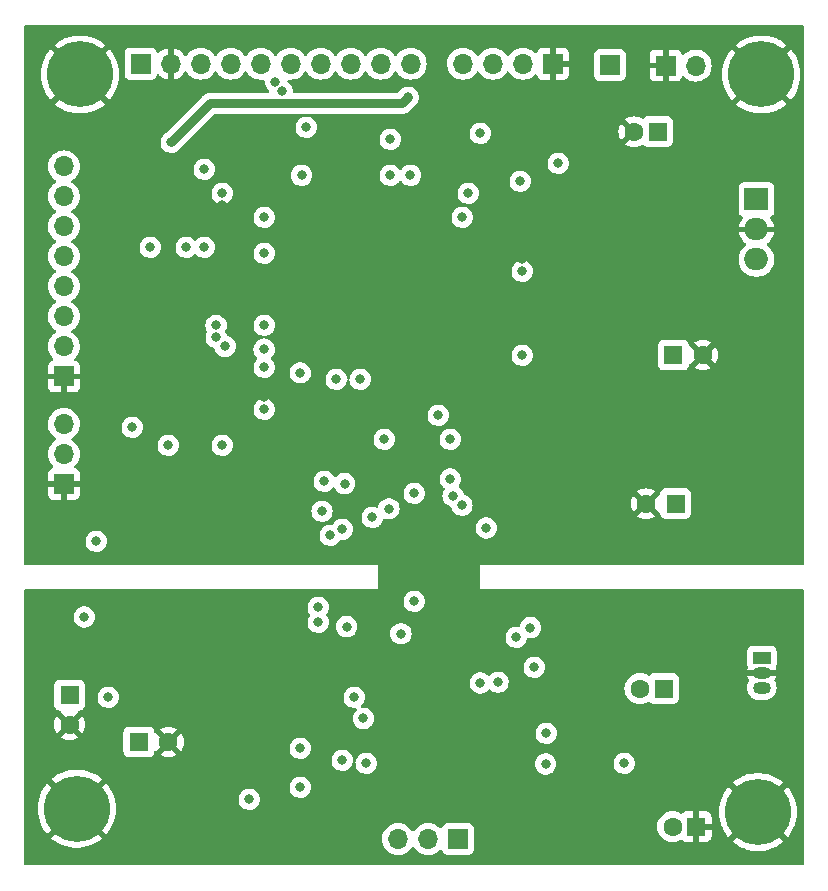
<source format=gbr>
%TF.GenerationSoftware,KiCad,Pcbnew,7.0.2*%
%TF.CreationDate,2023-11-02T10:17:44+01:00*%
%TF.ProjectId,stm_audio_board_V2,73746d5f-6175-4646-996f-5f626f617264,rev?*%
%TF.SameCoordinates,Original*%
%TF.FileFunction,Copper,L2,Inr*%
%TF.FilePolarity,Positive*%
%FSLAX46Y46*%
G04 Gerber Fmt 4.6, Leading zero omitted, Abs format (unit mm)*
G04 Created by KiCad (PCBNEW 7.0.2) date 2023-11-02 10:17:44*
%MOMM*%
%LPD*%
G01*
G04 APERTURE LIST*
%TA.AperFunction,ComponentPad*%
%ADD10C,5.600000*%
%TD*%
%TA.AperFunction,ComponentPad*%
%ADD11R,2.000000X1.905000*%
%TD*%
%TA.AperFunction,ComponentPad*%
%ADD12O,2.000000X1.905000*%
%TD*%
%TA.AperFunction,ComponentPad*%
%ADD13R,1.500000X1.050000*%
%TD*%
%TA.AperFunction,ComponentPad*%
%ADD14O,1.500000X1.050000*%
%TD*%
%TA.AperFunction,ComponentPad*%
%ADD15R,1.700000X1.700000*%
%TD*%
%TA.AperFunction,ComponentPad*%
%ADD16O,1.700000X1.700000*%
%TD*%
%TA.AperFunction,ComponentPad*%
%ADD17R,1.600000X1.600000*%
%TD*%
%TA.AperFunction,ComponentPad*%
%ADD18C,1.600000*%
%TD*%
%TA.AperFunction,ViaPad*%
%ADD19C,0.800000*%
%TD*%
%TA.AperFunction,Conductor*%
%ADD20C,0.762000*%
%TD*%
G04 APERTURE END LIST*
D10*
%TO.N,GND*%
%TO.C,H2*%
X245003000Y-112333000D03*
%TD*%
D11*
%TO.N,PWR_INPUT_12V-18V*%
%TO.C,U3*%
X244877000Y-60471000D03*
D12*
%TO.N,GND*%
X244877000Y-63011000D03*
%TO.N,5V*%
X244877000Y-65551000D03*
%TD*%
D13*
%TO.N,Net-(D3-K)*%
%TO.C,U6*%
X245325000Y-99275000D03*
D14*
%TO.N,GND*%
X245325000Y-100545000D03*
%TO.N,+9V*%
X245325000Y-101815000D03*
%TD*%
D15*
%TO.N,TAP_TEMPO_INPUT*%
%TO.C,J4*%
X232457000Y-49069000D03*
%TD*%
%TO.N,+3.3V*%
%TO.C,J5*%
X192739000Y-48975000D03*
D16*
%TO.N,GND*%
X195279000Y-48975000D03*
%TO.N,DISPLAY_CS*%
X197819000Y-48975000D03*
%TO.N,DISPLAY_RST*%
X200359000Y-48975000D03*
%TO.N,DISPLAY_DC*%
X202899000Y-48975000D03*
%TO.N,DISPLAY_MOSI*%
X205439000Y-48975000D03*
%TO.N,DISPLAY_SCK*%
X207979000Y-48975000D03*
%TO.N,DISPLAY_MISO*%
X210519000Y-48975000D03*
%TO.N,TOUCH_CS*%
X213059000Y-48975000D03*
%TO.N,TOUCH_IRQ*%
X215599000Y-48975000D03*
%TD*%
D10*
%TO.N,GND*%
%TO.C,H4*%
X187599000Y-49887000D03*
%TD*%
%TO.N,GND*%
%TO.C,H3*%
X245278000Y-49887000D03*
%TD*%
%TO.N,GND*%
%TO.C,H1*%
X187324000Y-112058000D03*
%TD*%
D15*
%TO.N,GND*%
%TO.C,J6*%
X186229000Y-84563000D03*
D16*
%TO.N,POT_EXT*%
X186229000Y-82023000D03*
%TO.N,+3.3V*%
X186229000Y-79483000D03*
%TD*%
D15*
%TO.N,GND*%
%TO.C,J7*%
X186229000Y-75455000D03*
D16*
%TO.N,+3.3V*%
X186229000Y-72915000D03*
%TO.N,POT6*%
X186229000Y-70375000D03*
%TO.N,POT5*%
X186229000Y-67835000D03*
%TO.N,POT4*%
X186229000Y-65295000D03*
%TO.N,POT3*%
X186229000Y-62755000D03*
%TO.N,POT2*%
X186229000Y-60215000D03*
%TO.N,POT1*%
X186229000Y-57675000D03*
%TD*%
D15*
%TO.N,GND*%
%TO.C,J1*%
X237187000Y-49127000D03*
D16*
%TO.N,PWR_INPUT_12V-18V*%
X239727000Y-49127000D03*
%TD*%
D15*
%TO.N,GND*%
%TO.C,J2*%
X227633000Y-48975000D03*
D16*
%TO.N,SWDIO*%
X225093000Y-48975000D03*
%TO.N,SWCLK*%
X222553000Y-48975000D03*
%TO.N,+3.3V*%
X220013000Y-48975000D03*
%TD*%
D15*
%TO.N,GUITAR_IN*%
%TO.C,J3*%
X219613000Y-114601000D03*
D16*
%TO.N,GUITAR_OUT_L{slash}MONO*%
X217073000Y-114601000D03*
%TO.N,GUITAR_OUT_R*%
X214533000Y-114601000D03*
%TD*%
D17*
%TO.N,PWR_INPUT_12V-18V*%
%TO.C,C13*%
X236498241Y-54733000D03*
D18*
%TO.N,GND*%
X234498241Y-54733000D03*
%TD*%
D17*
%TO.N,+3.3VA*%
%TO.C,C29*%
X192583000Y-106401759D03*
D18*
%TO.N,GND*%
X195083000Y-106401759D03*
%TD*%
D17*
%TO.N,Net-(D2-K)*%
%TO.C,C28*%
X186714241Y-102437000D03*
D18*
%TO.N,GND*%
X186714241Y-104937000D03*
%TD*%
D17*
%TO.N,5V*%
%TO.C,C70*%
X237843000Y-73635759D03*
D18*
%TO.N,GND*%
X240343000Y-73635759D03*
%TD*%
D17*
%TO.N,Net-(7660S1-CAP+)*%
%TO.C,C76*%
X237006241Y-101881000D03*
D18*
%TO.N,Net-(7660S1-CAP-)*%
X235006241Y-101881000D03*
%TD*%
D17*
%TO.N,GND*%
%TO.C,C77*%
X239773000Y-113562241D03*
D18*
%TO.N,-9V*%
X237773000Y-113562241D03*
%TD*%
D17*
%TO.N,+3.3V*%
%TO.C,C71*%
X238022241Y-86229000D03*
D18*
%TO.N,GND*%
X235522241Y-86229000D03*
%TD*%
D19*
%TO.N,GND*%
X236220000Y-68072000D03*
X237744000Y-68072000D03*
X236728000Y-69088000D03*
X238252000Y-69088000D03*
X210312000Y-98298000D03*
X225044000Y-72346000D03*
X242316000Y-80264000D03*
X207772000Y-68580000D03*
X240284000Y-77724000D03*
X202184000Y-83312000D03*
X194056000Y-94996000D03*
X192024000Y-70104000D03*
X235204000Y-69088000D03*
X233172000Y-93980000D03*
X192532000Y-98044000D03*
X198120000Y-59436000D03*
X237744000Y-61976000D03*
X242316000Y-76200000D03*
X234696000Y-93980000D03*
X240284000Y-81788000D03*
X213360000Y-95758000D03*
X222504000Y-86868000D03*
X198374000Y-109220000D03*
X236220000Y-65024000D03*
X199644000Y-64008000D03*
X242824000Y-61976000D03*
X231140000Y-75692000D03*
X192532000Y-94996000D03*
X243840000Y-106172000D03*
X244348000Y-76200000D03*
X236220000Y-63500000D03*
X234188000Y-64008000D03*
X242824000Y-59944000D03*
X195580000Y-70803500D03*
X231648000Y-114808000D03*
X231137500Y-70612000D03*
X207772000Y-74168000D03*
X215075500Y-83820000D03*
X242316000Y-81788000D03*
X194056000Y-98044000D03*
X192024000Y-61976000D03*
X216408000Y-55372000D03*
X239268000Y-63500000D03*
X195072000Y-87376000D03*
X217678000Y-86614000D03*
X221488000Y-98044000D03*
X203200000Y-77216000D03*
X238252000Y-106680000D03*
X225044000Y-75184000D03*
X221996000Y-80264000D03*
X244348000Y-69088000D03*
X244348000Y-81788000D03*
X209804000Y-112014000D03*
X192532000Y-99568000D03*
X228600000Y-77724000D03*
X237744000Y-66548000D03*
X198628000Y-105156000D03*
X234188000Y-73152000D03*
X208280000Y-77216000D03*
X236220000Y-66548000D03*
X224274387Y-101505029D03*
X233680000Y-69088000D03*
X225044000Y-70612000D03*
X213360000Y-102616000D03*
X219456000Y-102362000D03*
X199644000Y-65532000D03*
X242316000Y-77724000D03*
X237744000Y-63500000D03*
X185928000Y-87376000D03*
X213868000Y-78740000D03*
X198628000Y-74168000D03*
X234696000Y-94996000D03*
X231648000Y-105156000D03*
X236220000Y-59944000D03*
X196437523Y-111960705D03*
X237744000Y-65024000D03*
X199644000Y-66548000D03*
X194056000Y-96520000D03*
X242824000Y-67564000D03*
X246380000Y-94996000D03*
X240284000Y-95504000D03*
X245872000Y-69088000D03*
X218948000Y-108204000D03*
X236220000Y-61976000D03*
X234188000Y-59944000D03*
X196088000Y-94996000D03*
X203008424Y-55563576D03*
X245872000Y-67564000D03*
X234188000Y-61976000D03*
X199644000Y-60960000D03*
X226568000Y-55880000D03*
X244348000Y-67564000D03*
X240284000Y-76200000D03*
X204470000Y-100330000D03*
X224028000Y-53340000D03*
X219456000Y-94488000D03*
X224698128Y-95918628D03*
X212852000Y-110744000D03*
X227076000Y-87884000D03*
X192532000Y-96520000D03*
X212852000Y-54356000D03*
X242824000Y-69088000D03*
X196596000Y-101092000D03*
X240284000Y-80264000D03*
X233172000Y-94996000D03*
X204724000Y-61976000D03*
X204724000Y-68580000D03*
X225044000Y-65532000D03*
X229209250Y-100177250D03*
X225044000Y-68580000D03*
X240284000Y-89916000D03*
X242316000Y-78846000D03*
X213360000Y-91948000D03*
X183896000Y-97028000D03*
X191516000Y-58928000D03*
X191516000Y-66548000D03*
X242824000Y-63500000D03*
X240284000Y-78846000D03*
X242824000Y-65024000D03*
%TO.N,DISPLAY_CS*%
X198120000Y-57912000D03*
%TO.N,DISPLAY_RST*%
X206360613Y-58420000D03*
%TO.N,DISPLAY_DC*%
X199644000Y-59944000D03*
%TO.N,DISPLAY_SCK*%
X204136671Y-50499267D03*
%TO.N,5V*%
X188976000Y-89408000D03*
%TO.N,Net-(D2-K)*%
X187960000Y-95813000D03*
%TO.N,DISPLAY_MISO*%
X204724000Y-51308000D03*
%TO.N,+3.3V*%
X206248000Y-75146500D03*
X221996000Y-88285000D03*
X203200000Y-65024000D03*
X203200000Y-71120000D03*
X213868000Y-55372000D03*
X195326000Y-55626000D03*
X215571500Y-58420000D03*
X203200000Y-61976000D03*
X225044000Y-73660000D03*
X199644000Y-81280000D03*
X215392000Y-51816000D03*
X212344000Y-87376000D03*
X213360000Y-80772000D03*
X203200000Y-78232000D03*
X213868000Y-58420000D03*
%TO.N,Net-(U4A-+)*%
X223012000Y-101346000D03*
%TO.N,AD1939_I2S2_SDO*%
X219938500Y-86360000D03*
X218948000Y-80772000D03*
X209296000Y-75692000D03*
X211328000Y-75692000D03*
%TO.N,AD1939_I2S1_SDI*%
X217932000Y-78740000D03*
X215900000Y-85344000D03*
%TO.N,AD1939_SPI3_MOSI*%
X208280000Y-84328000D03*
X208088500Y-86868000D03*
%TO.N,AD1939_I2S2_CK*%
X219188622Y-85584622D03*
X218948000Y-84136500D03*
%TO.N,AD1939_SPI3_CLK*%
X209804000Y-88392000D03*
X219964000Y-61976000D03*
%TO.N,AD1939_SPI3_MISO*%
X213763211Y-86656289D03*
X220472000Y-59944000D03*
%TO.N,AD1939_SPI_CS*%
X208788000Y-88900000D03*
X210005833Y-84529833D03*
%TO.N,AD1939_CM*%
X211836000Y-108204000D03*
X211601000Y-104413000D03*
%TO.N,+3.3VA*%
X210171622Y-96633622D03*
X189992000Y-102616000D03*
X214771000Y-97233494D03*
%TO.N,EXT_INT_BUTTON*%
X225044000Y-66548000D03*
%TO.N,AD1939_MCLKI*%
X224536000Y-97536000D03*
%TO.N,AD1939_MCLKO*%
X225742000Y-96710000D03*
%TO.N,AD1939_LF*%
X226060000Y-100076000D03*
%TO.N,+9V*%
X201930000Y-111252000D03*
X227025721Y-108254279D03*
X227076000Y-105664000D03*
%TO.N,-9V*%
X210820000Y-102616000D03*
X233680000Y-108204000D03*
X221491442Y-101403096D03*
%TO.N,AD1939_FILTR*%
X215900000Y-94488000D03*
%TO.N,SWDIO*%
X228092000Y-57404000D03*
%TO.N,SWCLK*%
X221488000Y-54864000D03*
%TO.N,DAC2R*%
X207772000Y-94996000D03*
%TO.N,DAC2L*%
X207772000Y-96266000D03*
%TO.N,Net-(R23-Pad2)*%
X206248000Y-110236000D03*
%TO.N,/MCU/NRST*%
X203200000Y-74676000D03*
X195072000Y-81280000D03*
%TO.N,POT5*%
X199136000Y-72136000D03*
%TO.N,POT1*%
X198120000Y-64516000D03*
%TO.N,POT6*%
X199884622Y-72911378D03*
%TO.N,POT2*%
X196596000Y-64516000D03*
%TO.N,POT3*%
X193548000Y-64516000D03*
%TO.N,POT_EXT*%
X192024000Y-79756000D03*
X203195076Y-73156924D03*
%TO.N,POT4*%
X199120535Y-71135465D03*
%TO.N,Net-(U2A-+)*%
X209804000Y-107950000D03*
%TO.N,Net-(U2A--)*%
X206248000Y-106934000D03*
%TO.N,Net-(C1-Pad1)*%
X224872000Y-58928000D03*
X206756000Y-54356000D03*
%TD*%
D20*
%TO.N,+3.3V*%
X214884000Y-52324000D02*
X198628000Y-52324000D01*
X215392000Y-51816000D02*
X214884000Y-52324000D01*
X198628000Y-52324000D02*
X195326000Y-55626000D01*
%TD*%
%TA.AperFunction,Conductor*%
%TO.N,GND*%
G36*
X248862539Y-45740185D02*
G01*
X248908294Y-45792989D01*
X248919500Y-45844500D01*
X248919500Y-91316000D01*
X248899815Y-91383039D01*
X248847011Y-91428794D01*
X248795500Y-91440000D01*
X221488000Y-91440000D01*
X221488000Y-93472000D01*
X248795500Y-93472000D01*
X248862539Y-93491685D01*
X248908294Y-93544489D01*
X248919500Y-93596000D01*
X248919500Y-116715500D01*
X248899815Y-116782539D01*
X248847011Y-116828294D01*
X248795500Y-116839500D01*
X183004500Y-116839500D01*
X182937461Y-116819815D01*
X182891706Y-116767011D01*
X182880500Y-116715500D01*
X182880500Y-112061356D01*
X184019335Y-112061356D01*
X184038343Y-112411958D01*
X184039069Y-112418630D01*
X184095874Y-112765130D01*
X184097317Y-112771684D01*
X184191251Y-113110001D01*
X184193396Y-113116368D01*
X184323360Y-113442552D01*
X184326169Y-113448626D01*
X184490649Y-113758868D01*
X184494102Y-113764606D01*
X184691147Y-114055225D01*
X184695207Y-114060566D01*
X184820441Y-114208003D01*
X184820442Y-114208004D01*
X186026266Y-113002180D01*
X186189130Y-113192870D01*
X186379818Y-113355732D01*
X185171255Y-114564295D01*
X185182047Y-114574518D01*
X185187157Y-114578858D01*
X185466694Y-114791357D01*
X185472240Y-114795117D01*
X185773099Y-114976137D01*
X185779038Y-114979285D01*
X186097695Y-115126712D01*
X186103937Y-115129199D01*
X186436684Y-115241315D01*
X186443129Y-115243104D01*
X186786053Y-115318588D01*
X186792677Y-115319674D01*
X187141740Y-115357636D01*
X187148437Y-115358000D01*
X187499563Y-115358000D01*
X187506259Y-115357636D01*
X187855322Y-115319674D01*
X187861946Y-115318588D01*
X188204870Y-115243104D01*
X188211315Y-115241315D01*
X188544062Y-115129199D01*
X188550304Y-115126712D01*
X188868961Y-114979285D01*
X188874900Y-114976137D01*
X189175759Y-114795117D01*
X189181305Y-114791357D01*
X189431716Y-114601000D01*
X213177340Y-114601000D01*
X213197936Y-114836407D01*
X213235377Y-114976137D01*
X213259097Y-115064663D01*
X213358965Y-115278830D01*
X213494505Y-115472401D01*
X213661599Y-115639495D01*
X213855170Y-115775035D01*
X214069337Y-115874903D01*
X214297592Y-115936063D01*
X214532999Y-115956659D01*
X214532999Y-115956658D01*
X214533000Y-115956659D01*
X214768408Y-115936063D01*
X214996663Y-115874903D01*
X215210830Y-115775035D01*
X215404401Y-115639495D01*
X215571495Y-115472401D01*
X215701427Y-115286838D01*
X215756001Y-115243216D01*
X215825499Y-115236022D01*
X215887854Y-115267545D01*
X215904572Y-115286838D01*
X216034505Y-115472401D01*
X216201599Y-115639495D01*
X216395170Y-115775035D01*
X216609337Y-115874903D01*
X216837592Y-115936063D01*
X217073000Y-115956659D01*
X217308408Y-115936063D01*
X217536663Y-115874903D01*
X217750830Y-115775035D01*
X217944401Y-115639495D01*
X218066329Y-115517566D01*
X218127648Y-115484084D01*
X218197340Y-115489068D01*
X218253274Y-115530939D01*
X218270189Y-115561916D01*
X218319204Y-115693331D01*
X218405454Y-115808546D01*
X218520669Y-115894796D01*
X218655517Y-115945091D01*
X218715127Y-115951500D01*
X220510872Y-115951499D01*
X220570483Y-115945091D01*
X220705331Y-115894796D01*
X220820546Y-115808546D01*
X220906796Y-115693331D01*
X220957091Y-115558483D01*
X220963500Y-115498873D01*
X220963499Y-113703128D01*
X220957091Y-113643517D01*
X220926777Y-113562241D01*
X236467531Y-113562241D01*
X236487364Y-113788930D01*
X236546261Y-114008738D01*
X236642432Y-114214976D01*
X236772953Y-114401381D01*
X236933859Y-114562287D01*
X237120264Y-114692808D01*
X237120265Y-114692808D01*
X237120266Y-114692809D01*
X237326504Y-114788980D01*
X237546308Y-114847876D01*
X237773000Y-114867709D01*
X237999692Y-114847876D01*
X238219496Y-114788980D01*
X238425734Y-114692809D01*
X238438965Y-114683544D01*
X238505169Y-114661216D01*
X238572936Y-114678225D01*
X238609356Y-114710808D01*
X238615809Y-114719428D01*
X238730910Y-114805593D01*
X238865628Y-114855840D01*
X238921867Y-114861886D01*
X238928482Y-114862241D01*
X239523000Y-114862241D01*
X239523000Y-113877926D01*
X239534955Y-113889882D01*
X239647852Y-113947406D01*
X239741519Y-113962241D01*
X239804481Y-113962241D01*
X239898148Y-113947406D01*
X240011045Y-113889882D01*
X240023000Y-113877926D01*
X240023000Y-114862241D01*
X240617518Y-114862241D01*
X240624132Y-114861886D01*
X240680371Y-114855840D01*
X240815089Y-114805593D01*
X240930188Y-114719429D01*
X241016352Y-114604330D01*
X241066599Y-114469612D01*
X241072645Y-114413373D01*
X241073000Y-114406759D01*
X241073000Y-113812241D01*
X240088686Y-113812241D01*
X240100641Y-113800286D01*
X240158165Y-113687389D01*
X240177986Y-113562241D01*
X240158165Y-113437093D01*
X240100641Y-113324196D01*
X240088686Y-113312241D01*
X241073000Y-113312241D01*
X241073000Y-112717722D01*
X241072645Y-112711108D01*
X241066599Y-112654869D01*
X241016352Y-112520151D01*
X240930188Y-112405052D01*
X240838423Y-112336356D01*
X241698335Y-112336356D01*
X241717343Y-112686958D01*
X241718069Y-112693630D01*
X241774874Y-113040130D01*
X241776317Y-113046684D01*
X241870251Y-113385001D01*
X241872396Y-113391368D01*
X242002360Y-113717552D01*
X242005169Y-113723626D01*
X242169649Y-114033868D01*
X242173102Y-114039606D01*
X242370147Y-114330225D01*
X242374207Y-114335566D01*
X242499441Y-114483003D01*
X242499442Y-114483004D01*
X243705266Y-113277180D01*
X243868130Y-113467870D01*
X244058818Y-113630732D01*
X242850255Y-114839295D01*
X242861047Y-114849518D01*
X242866157Y-114853858D01*
X243145694Y-115066357D01*
X243151240Y-115070117D01*
X243452099Y-115251137D01*
X243458038Y-115254285D01*
X243776695Y-115401712D01*
X243782937Y-115404199D01*
X244115684Y-115516315D01*
X244122129Y-115518104D01*
X244465053Y-115593588D01*
X244471677Y-115594674D01*
X244820740Y-115632636D01*
X244827437Y-115633000D01*
X245178563Y-115633000D01*
X245185259Y-115632636D01*
X245534322Y-115594674D01*
X245540946Y-115593588D01*
X245883870Y-115518104D01*
X245890315Y-115516315D01*
X246223062Y-115404199D01*
X246229304Y-115401712D01*
X246547961Y-115254285D01*
X246553900Y-115251137D01*
X246854759Y-115070117D01*
X246860305Y-115066357D01*
X247139846Y-114853856D01*
X247144950Y-114849519D01*
X247155742Y-114839296D01*
X247155743Y-114839295D01*
X245947180Y-113630733D01*
X246137870Y-113467870D01*
X246300733Y-113277180D01*
X247506556Y-114483003D01*
X247506557Y-114483003D01*
X247631792Y-114335566D01*
X247635852Y-114330225D01*
X247832897Y-114039606D01*
X247836350Y-114033868D01*
X248000830Y-113723626D01*
X248003639Y-113717552D01*
X248133603Y-113391368D01*
X248135748Y-113385001D01*
X248229682Y-113046684D01*
X248231125Y-113040130D01*
X248287930Y-112693630D01*
X248288656Y-112686958D01*
X248307665Y-112336356D01*
X248307665Y-112329643D01*
X248288656Y-111979041D01*
X248287930Y-111972369D01*
X248231125Y-111625869D01*
X248229682Y-111619315D01*
X248135748Y-111280998D01*
X248133603Y-111274631D01*
X248003639Y-110948447D01*
X248000830Y-110942373D01*
X247836350Y-110632131D01*
X247832897Y-110626393D01*
X247635852Y-110335774D01*
X247631792Y-110330433D01*
X247506557Y-110182995D01*
X247506556Y-110182994D01*
X246300732Y-111388818D01*
X246137870Y-111198130D01*
X245947180Y-111035266D01*
X247155743Y-109826703D01*
X247144942Y-109816473D01*
X247139842Y-109812141D01*
X246860305Y-109599642D01*
X246854759Y-109595882D01*
X246553900Y-109414862D01*
X246547961Y-109411714D01*
X246229304Y-109264287D01*
X246223062Y-109261800D01*
X245890315Y-109149684D01*
X245883870Y-109147895D01*
X245540946Y-109072411D01*
X245534322Y-109071325D01*
X245185259Y-109033363D01*
X245178563Y-109033000D01*
X244827437Y-109033000D01*
X244820740Y-109033363D01*
X244471677Y-109071325D01*
X244465053Y-109072411D01*
X244122129Y-109147895D01*
X244115684Y-109149684D01*
X243782937Y-109261800D01*
X243776695Y-109264287D01*
X243458038Y-109411714D01*
X243452099Y-109414862D01*
X243151240Y-109595882D01*
X243145694Y-109599642D01*
X242866149Y-109812146D01*
X242861054Y-109816474D01*
X242850256Y-109826702D01*
X242850255Y-109826703D01*
X244058819Y-111035266D01*
X243868130Y-111198130D01*
X243705266Y-111388818D01*
X242499442Y-110182994D01*
X242499441Y-110182995D01*
X242374207Y-110330433D01*
X242370147Y-110335774D01*
X242173102Y-110626393D01*
X242169649Y-110632131D01*
X242005169Y-110942373D01*
X242002360Y-110948447D01*
X241872396Y-111274631D01*
X241870251Y-111280998D01*
X241776317Y-111619315D01*
X241774874Y-111625869D01*
X241718069Y-111972369D01*
X241717343Y-111979041D01*
X241698335Y-112329643D01*
X241698335Y-112336356D01*
X240838423Y-112336356D01*
X240815089Y-112318888D01*
X240680371Y-112268641D01*
X240624132Y-112262595D01*
X240617518Y-112262241D01*
X240023000Y-112262241D01*
X240023000Y-113246555D01*
X240011045Y-113234600D01*
X239898148Y-113177076D01*
X239804481Y-113162241D01*
X239741519Y-113162241D01*
X239647852Y-113177076D01*
X239534955Y-113234600D01*
X239523000Y-113246554D01*
X239523000Y-112262241D01*
X238928482Y-112262241D01*
X238921867Y-112262595D01*
X238865628Y-112268641D01*
X238730911Y-112318888D01*
X238615807Y-112405055D01*
X238609352Y-112413678D01*
X238553417Y-112455547D01*
X238483725Y-112460528D01*
X238438966Y-112440938D01*
X238425735Y-112431673D01*
X238219497Y-112335502D01*
X237999689Y-112276605D01*
X237773000Y-112256772D01*
X237546310Y-112276605D01*
X237326502Y-112335502D01*
X237120264Y-112431673D01*
X236933859Y-112562194D01*
X236772953Y-112723100D01*
X236642432Y-112909505D01*
X236546261Y-113115743D01*
X236487364Y-113335551D01*
X236467531Y-113562241D01*
X220926777Y-113562241D01*
X220906796Y-113508669D01*
X220820546Y-113393454D01*
X220705331Y-113307204D01*
X220570483Y-113256909D01*
X220510873Y-113250500D01*
X220507550Y-113250500D01*
X218718439Y-113250500D01*
X218718420Y-113250500D01*
X218715128Y-113250501D01*
X218711848Y-113250853D01*
X218711840Y-113250854D01*
X218655515Y-113256909D01*
X218520669Y-113307204D01*
X218405454Y-113393454D01*
X218319204Y-113508669D01*
X218270189Y-113640083D01*
X218228317Y-113696016D01*
X218162852Y-113720433D01*
X218094580Y-113705581D01*
X218066326Y-113684430D01*
X217944404Y-113562508D01*
X217944401Y-113562505D01*
X217750830Y-113426965D01*
X217536663Y-113327097D01*
X217475501Y-113310709D01*
X217308407Y-113265936D01*
X217072999Y-113245340D01*
X216837592Y-113265936D01*
X216609336Y-113327097D01*
X216395170Y-113426965D01*
X216201598Y-113562505D01*
X216034505Y-113729598D01*
X215904575Y-113915159D01*
X215849998Y-113958784D01*
X215780500Y-113965978D01*
X215718145Y-113934455D01*
X215701425Y-113915159D01*
X215571494Y-113729598D01*
X215404404Y-113562508D01*
X215404401Y-113562505D01*
X215210830Y-113426965D01*
X214996663Y-113327097D01*
X214935502Y-113310709D01*
X214768407Y-113265936D01*
X214532999Y-113245340D01*
X214297592Y-113265936D01*
X214069336Y-113327097D01*
X213855170Y-113426965D01*
X213661598Y-113562505D01*
X213494505Y-113729598D01*
X213358965Y-113923170D01*
X213259097Y-114137336D01*
X213197936Y-114365592D01*
X213177340Y-114601000D01*
X189431716Y-114601000D01*
X189460846Y-114578856D01*
X189465950Y-114574519D01*
X189476742Y-114564296D01*
X189476743Y-114564295D01*
X188268180Y-113355733D01*
X188458870Y-113192870D01*
X188621733Y-113002180D01*
X189827556Y-114208003D01*
X189827557Y-114208003D01*
X189952792Y-114060566D01*
X189956852Y-114055225D01*
X190153897Y-113764606D01*
X190157350Y-113758868D01*
X190321830Y-113448626D01*
X190324639Y-113442552D01*
X190454603Y-113116368D01*
X190456748Y-113110001D01*
X190550682Y-112771684D01*
X190552125Y-112765130D01*
X190608930Y-112418630D01*
X190609656Y-112411958D01*
X190628665Y-112061356D01*
X190628665Y-112054643D01*
X190609656Y-111704041D01*
X190608930Y-111697369D01*
X190552125Y-111350869D01*
X190550682Y-111344315D01*
X190525050Y-111251999D01*
X201024540Y-111251999D01*
X201044326Y-111440257D01*
X201102820Y-111620284D01*
X201197466Y-111784216D01*
X201324129Y-111924889D01*
X201477269Y-112036151D01*
X201650197Y-112113144D01*
X201835352Y-112152500D01*
X201835354Y-112152500D01*
X202024648Y-112152500D01*
X202148084Y-112126262D01*
X202209803Y-112113144D01*
X202382730Y-112036151D01*
X202460777Y-111979447D01*
X202535870Y-111924889D01*
X202662533Y-111784216D01*
X202757179Y-111620284D01*
X202776102Y-111562044D01*
X202815674Y-111440256D01*
X202835460Y-111252000D01*
X202815674Y-111063744D01*
X202776238Y-110942373D01*
X202757179Y-110883715D01*
X202662533Y-110719783D01*
X202535870Y-110579110D01*
X202382730Y-110467848D01*
X202209802Y-110390855D01*
X202024648Y-110351500D01*
X202024646Y-110351500D01*
X201835354Y-110351500D01*
X201835352Y-110351500D01*
X201650197Y-110390855D01*
X201477269Y-110467848D01*
X201324129Y-110579110D01*
X201197466Y-110719783D01*
X201102820Y-110883715D01*
X201044326Y-111063742D01*
X201024540Y-111251999D01*
X190525050Y-111251999D01*
X190456748Y-111005998D01*
X190454603Y-110999631D01*
X190324639Y-110673447D01*
X190321830Y-110667373D01*
X190157350Y-110357131D01*
X190153897Y-110351393D01*
X190075658Y-110236000D01*
X205342540Y-110236000D01*
X205362326Y-110424257D01*
X205420820Y-110604284D01*
X205515466Y-110768216D01*
X205642129Y-110908889D01*
X205795269Y-111020151D01*
X205968197Y-111097144D01*
X206153352Y-111136500D01*
X206153354Y-111136500D01*
X206342648Y-111136500D01*
X206466084Y-111110262D01*
X206527803Y-111097144D01*
X206700730Y-111020151D01*
X206720210Y-111005998D01*
X206853870Y-110908889D01*
X206980533Y-110768216D01*
X207075179Y-110604284D01*
X207083358Y-110579112D01*
X207133674Y-110424256D01*
X207153460Y-110236000D01*
X207133674Y-110047744D01*
X207075179Y-109867716D01*
X207075179Y-109867715D01*
X206980533Y-109703783D01*
X206853870Y-109563110D01*
X206700730Y-109451848D01*
X206527802Y-109374855D01*
X206342648Y-109335500D01*
X206342646Y-109335500D01*
X206153354Y-109335500D01*
X206153352Y-109335500D01*
X205968197Y-109374855D01*
X205795269Y-109451848D01*
X205642129Y-109563110D01*
X205515466Y-109703783D01*
X205420820Y-109867715D01*
X205362326Y-110047742D01*
X205342540Y-110236000D01*
X190075658Y-110236000D01*
X189956852Y-110060774D01*
X189952792Y-110055433D01*
X189827557Y-109907995D01*
X189827556Y-109907994D01*
X188621732Y-111113818D01*
X188458870Y-110923130D01*
X188268180Y-110760266D01*
X189476743Y-109551703D01*
X189465942Y-109541473D01*
X189460842Y-109537141D01*
X189181305Y-109324642D01*
X189175759Y-109320882D01*
X188874900Y-109139862D01*
X188868961Y-109136714D01*
X188550304Y-108989287D01*
X188544062Y-108986800D01*
X188211315Y-108874684D01*
X188204870Y-108872895D01*
X187861946Y-108797411D01*
X187855322Y-108796325D01*
X187506259Y-108758363D01*
X187499563Y-108758000D01*
X187148437Y-108758000D01*
X187141740Y-108758363D01*
X186792677Y-108796325D01*
X186786053Y-108797411D01*
X186443129Y-108872895D01*
X186436684Y-108874684D01*
X186103937Y-108986800D01*
X186097695Y-108989287D01*
X185779038Y-109136714D01*
X185773099Y-109139862D01*
X185472240Y-109320882D01*
X185466694Y-109324642D01*
X185187149Y-109537146D01*
X185182054Y-109541474D01*
X185171256Y-109551702D01*
X185171255Y-109551703D01*
X186379819Y-110760266D01*
X186189130Y-110923130D01*
X186026266Y-111113818D01*
X184820442Y-109907994D01*
X184820441Y-109907995D01*
X184695207Y-110055433D01*
X184691147Y-110060774D01*
X184494102Y-110351393D01*
X184490649Y-110357131D01*
X184326169Y-110667373D01*
X184323360Y-110673447D01*
X184193396Y-110999631D01*
X184191251Y-111005998D01*
X184097317Y-111344315D01*
X184095874Y-111350869D01*
X184039069Y-111697369D01*
X184038343Y-111704041D01*
X184019335Y-112054643D01*
X184019335Y-112061356D01*
X182880500Y-112061356D01*
X182880500Y-107950000D01*
X208898540Y-107950000D01*
X208918326Y-108138257D01*
X208976820Y-108318284D01*
X209071466Y-108482216D01*
X209198129Y-108622889D01*
X209351269Y-108734151D01*
X209524197Y-108811144D01*
X209709352Y-108850500D01*
X209709354Y-108850500D01*
X209898648Y-108850500D01*
X210022084Y-108824262D01*
X210083803Y-108811144D01*
X210256730Y-108734151D01*
X210409871Y-108622888D01*
X210536533Y-108482216D01*
X210631179Y-108318284D01*
X210689674Y-108138256D01*
X210689674Y-108138252D01*
X210691351Y-108133092D01*
X210723655Y-108085849D01*
X210892014Y-108085849D01*
X210915469Y-108107376D01*
X210933231Y-108174950D01*
X210932603Y-108184370D01*
X210930540Y-108204000D01*
X210942551Y-108318284D01*
X210950326Y-108392257D01*
X211008820Y-108572284D01*
X211103466Y-108736216D01*
X211230129Y-108876889D01*
X211383269Y-108988151D01*
X211556197Y-109065144D01*
X211741352Y-109104500D01*
X211741354Y-109104500D01*
X211930648Y-109104500D01*
X212086723Y-109071325D01*
X212115803Y-109065144D01*
X212288730Y-108988151D01*
X212288729Y-108988151D01*
X212441870Y-108876889D01*
X212568533Y-108736216D01*
X212663179Y-108572284D01*
X212692444Y-108482216D01*
X212721674Y-108392256D01*
X212736176Y-108254279D01*
X226120261Y-108254279D01*
X226140047Y-108442536D01*
X226198541Y-108622563D01*
X226293187Y-108786495D01*
X226419850Y-108927168D01*
X226572990Y-109038430D01*
X226745918Y-109115423D01*
X226931073Y-109154779D01*
X226931075Y-109154779D01*
X227120369Y-109154779D01*
X227243804Y-109128541D01*
X227305524Y-109115423D01*
X227478451Y-109038430D01*
X227546091Y-108989287D01*
X227631591Y-108927168D01*
X227676864Y-108876888D01*
X227758254Y-108786495D01*
X227852900Y-108622563D01*
X227911395Y-108442535D01*
X227931181Y-108254279D01*
X227925896Y-108203999D01*
X232774540Y-108203999D01*
X232794326Y-108392257D01*
X232852820Y-108572284D01*
X232947466Y-108736216D01*
X233074129Y-108876889D01*
X233227269Y-108988151D01*
X233400197Y-109065144D01*
X233585352Y-109104500D01*
X233585354Y-109104500D01*
X233774648Y-109104500D01*
X233930723Y-109071325D01*
X233959803Y-109065144D01*
X234132730Y-108988151D01*
X234132729Y-108988150D01*
X234285870Y-108876889D01*
X234412533Y-108736216D01*
X234507179Y-108572284D01*
X234536444Y-108482216D01*
X234565674Y-108392256D01*
X234585460Y-108204000D01*
X234565674Y-108015744D01*
X234523516Y-107885995D01*
X234507179Y-107835715D01*
X234412533Y-107671783D01*
X234285870Y-107531110D01*
X234132730Y-107419848D01*
X233959802Y-107342855D01*
X233774648Y-107303500D01*
X233774646Y-107303500D01*
X233585354Y-107303500D01*
X233585352Y-107303500D01*
X233400197Y-107342855D01*
X233227269Y-107419848D01*
X233074129Y-107531110D01*
X232947466Y-107671783D01*
X232852820Y-107835715D01*
X232794326Y-108015742D01*
X232774540Y-108203999D01*
X227925896Y-108203999D01*
X227911395Y-108066023D01*
X227852900Y-107885995D01*
X227852900Y-107885994D01*
X227758254Y-107722062D01*
X227631591Y-107581389D01*
X227478451Y-107470127D01*
X227305523Y-107393134D01*
X227120369Y-107353779D01*
X227120367Y-107353779D01*
X226931075Y-107353779D01*
X226931073Y-107353779D01*
X226745918Y-107393134D01*
X226572990Y-107470127D01*
X226419850Y-107581389D01*
X226293187Y-107722062D01*
X226198541Y-107885994D01*
X226140047Y-108066021D01*
X226120261Y-108254279D01*
X212736176Y-108254279D01*
X212741460Y-108204000D01*
X212721674Y-108015744D01*
X212679516Y-107885995D01*
X212663179Y-107835715D01*
X212568533Y-107671783D01*
X212441870Y-107531110D01*
X212288730Y-107419848D01*
X212115802Y-107342855D01*
X211930648Y-107303500D01*
X211930646Y-107303500D01*
X211741354Y-107303500D01*
X211741352Y-107303500D01*
X211556197Y-107342855D01*
X211383269Y-107419848D01*
X211230129Y-107531110D01*
X211103466Y-107671783D01*
X211008820Y-107835715D01*
X210948648Y-108020907D01*
X210909210Y-108078583D01*
X210892014Y-108085849D01*
X210723655Y-108085849D01*
X210730788Y-108075417D01*
X210747985Y-108068149D01*
X210724530Y-108046622D01*
X210706768Y-107979048D01*
X210707397Y-107969625D01*
X210709460Y-107950000D01*
X210702733Y-107885994D01*
X210689674Y-107761744D01*
X210631179Y-107581716D01*
X210631179Y-107581715D01*
X210536533Y-107417783D01*
X210409870Y-107277110D01*
X210256730Y-107165848D01*
X210083802Y-107088855D01*
X209898648Y-107049500D01*
X209898646Y-107049500D01*
X209709354Y-107049500D01*
X209709352Y-107049500D01*
X209524197Y-107088855D01*
X209351269Y-107165848D01*
X209198129Y-107277110D01*
X209071466Y-107417783D01*
X208976820Y-107581715D01*
X208918326Y-107761742D01*
X208898540Y-107950000D01*
X182880500Y-107950000D01*
X182880500Y-107246337D01*
X191282500Y-107246337D01*
X191282501Y-107249631D01*
X191282853Y-107252911D01*
X191282854Y-107252918D01*
X191285455Y-107277110D01*
X191288909Y-107309242D01*
X191339204Y-107444090D01*
X191425454Y-107559305D01*
X191540669Y-107645555D01*
X191675517Y-107695850D01*
X191735127Y-107702259D01*
X193430872Y-107702258D01*
X193490483Y-107695850D01*
X193625331Y-107645555D01*
X193740546Y-107559305D01*
X193826796Y-107444090D01*
X193877091Y-107309242D01*
X193883500Y-107249632D01*
X193883499Y-107246284D01*
X193883549Y-107245371D01*
X193906791Y-107179480D01*
X193961966Y-107136614D01*
X194000115Y-107131089D01*
X194685046Y-106446158D01*
X194697835Y-106526907D01*
X194755359Y-106639804D01*
X194844955Y-106729400D01*
X194957852Y-106786924D01*
X195038599Y-106799712D01*
X194357526Y-107480784D01*
X194357526Y-107480785D01*
X194430515Y-107531892D01*
X194636673Y-107628025D01*
X194856397Y-107686900D01*
X195082999Y-107706725D01*
X195309602Y-107686900D01*
X195529326Y-107628025D01*
X195735480Y-107531893D01*
X195808472Y-107480784D01*
X195127401Y-106799712D01*
X195208148Y-106786924D01*
X195321045Y-106729400D01*
X195410641Y-106639804D01*
X195468165Y-106526907D01*
X195480953Y-106446158D01*
X196162025Y-107127231D01*
X196213134Y-107054239D01*
X196269203Y-106933999D01*
X205342540Y-106933999D01*
X205362326Y-107122257D01*
X205420820Y-107302284D01*
X205515466Y-107466216D01*
X205642129Y-107606889D01*
X205795269Y-107718151D01*
X205968197Y-107795144D01*
X206153352Y-107834500D01*
X206153354Y-107834500D01*
X206342648Y-107834500D01*
X206466084Y-107808262D01*
X206527803Y-107795144D01*
X206700730Y-107718151D01*
X206731426Y-107695849D01*
X206853870Y-107606889D01*
X206980533Y-107466216D01*
X207075179Y-107302284D01*
X207083358Y-107277112D01*
X207133674Y-107122256D01*
X207153460Y-106934000D01*
X207133674Y-106745744D01*
X207075179Y-106565716D01*
X207075179Y-106565715D01*
X206980533Y-106401783D01*
X206853870Y-106261110D01*
X206700730Y-106149848D01*
X206527802Y-106072855D01*
X206342648Y-106033500D01*
X206342646Y-106033500D01*
X206153354Y-106033500D01*
X206153352Y-106033500D01*
X205968197Y-106072855D01*
X205795269Y-106149848D01*
X205642129Y-106261110D01*
X205515466Y-106401783D01*
X205420820Y-106565715D01*
X205362326Y-106745742D01*
X205342540Y-106933999D01*
X196269203Y-106933999D01*
X196309266Y-106848085D01*
X196368141Y-106628361D01*
X196387966Y-106401758D01*
X196368141Y-106175156D01*
X196309266Y-105955432D01*
X196213133Y-105749274D01*
X196162025Y-105676285D01*
X195480953Y-106357356D01*
X195468165Y-106276611D01*
X195410641Y-106163714D01*
X195321045Y-106074118D01*
X195208148Y-106016594D01*
X195127400Y-106003805D01*
X195467206Y-105663999D01*
X226170540Y-105663999D01*
X226190326Y-105852257D01*
X226248820Y-106032284D01*
X226343466Y-106196216D01*
X226470129Y-106336889D01*
X226623269Y-106448151D01*
X226796197Y-106525144D01*
X226981352Y-106564500D01*
X226981354Y-106564500D01*
X227170648Y-106564500D01*
X227294083Y-106538262D01*
X227355803Y-106525144D01*
X227528730Y-106448151D01*
X227592550Y-106401783D01*
X227681870Y-106336889D01*
X227808533Y-106196216D01*
X227903179Y-106032284D01*
X227928150Y-105955432D01*
X227961674Y-105852256D01*
X227981460Y-105664000D01*
X227961674Y-105475744D01*
X227916593Y-105337000D01*
X227903179Y-105295715D01*
X227808533Y-105131783D01*
X227681870Y-104991110D01*
X227528730Y-104879848D01*
X227355802Y-104802855D01*
X227170648Y-104763500D01*
X227170646Y-104763500D01*
X226981354Y-104763500D01*
X226981352Y-104763500D01*
X226796197Y-104802855D01*
X226623269Y-104879848D01*
X226470129Y-104991110D01*
X226343466Y-105131783D01*
X226248820Y-105295715D01*
X226190326Y-105475742D01*
X226170540Y-105663999D01*
X195467206Y-105663999D01*
X195808472Y-105322733D01*
X195808471Y-105322731D01*
X195735484Y-105271625D01*
X195529326Y-105175492D01*
X195309602Y-105116617D01*
X195082999Y-105096792D01*
X194856397Y-105116617D01*
X194636672Y-105175492D01*
X194430516Y-105271624D01*
X194357527Y-105322732D01*
X194357526Y-105322732D01*
X195038600Y-106003805D01*
X194957852Y-106016594D01*
X194844955Y-106074118D01*
X194755359Y-106163714D01*
X194697835Y-106276611D01*
X194685046Y-106357357D01*
X193998843Y-105671156D01*
X193949677Y-105661274D01*
X193899494Y-105612658D01*
X193883548Y-105558138D01*
X193883499Y-105557221D01*
X193883499Y-105553887D01*
X193877091Y-105494276D01*
X193826796Y-105359428D01*
X193740546Y-105244213D01*
X193625331Y-105157963D01*
X193490483Y-105107668D01*
X193430873Y-105101259D01*
X193427550Y-105101259D01*
X191738439Y-105101259D01*
X191738420Y-105101259D01*
X191735128Y-105101260D01*
X191731848Y-105101612D01*
X191731840Y-105101613D01*
X191675515Y-105107668D01*
X191540669Y-105157963D01*
X191425454Y-105244213D01*
X191339204Y-105359427D01*
X191288910Y-105494274D01*
X191288909Y-105494276D01*
X191282500Y-105553886D01*
X191282500Y-105557207D01*
X191282500Y-105557208D01*
X191282500Y-107246319D01*
X191282500Y-107246337D01*
X182880500Y-107246337D01*
X182880500Y-104937000D01*
X185409274Y-104937000D01*
X185429099Y-105163602D01*
X185487974Y-105383326D01*
X185584107Y-105589484D01*
X185635213Y-105662471D01*
X185635214Y-105662472D01*
X186316287Y-104981399D01*
X186329076Y-105062148D01*
X186386600Y-105175045D01*
X186476196Y-105264641D01*
X186589093Y-105322165D01*
X186669840Y-105334953D01*
X185988767Y-106016025D01*
X185988767Y-106016026D01*
X186061756Y-106067133D01*
X186267914Y-106163266D01*
X186487638Y-106222141D01*
X186714240Y-106241966D01*
X186940843Y-106222141D01*
X187160567Y-106163266D01*
X187366721Y-106067134D01*
X187439713Y-106016025D01*
X186758642Y-105334953D01*
X186839389Y-105322165D01*
X186952286Y-105264641D01*
X187041882Y-105175045D01*
X187099406Y-105062148D01*
X187112194Y-104981400D01*
X187793266Y-105662472D01*
X187844375Y-105589480D01*
X187940507Y-105383326D01*
X187999382Y-105163602D01*
X188019207Y-104937000D01*
X187999382Y-104710397D01*
X187940507Y-104490673D01*
X187844374Y-104284515D01*
X187793266Y-104211526D01*
X187112194Y-104892598D01*
X187099406Y-104811852D01*
X187041882Y-104698955D01*
X186952286Y-104609359D01*
X186839389Y-104551835D01*
X186758641Y-104539046D01*
X187444841Y-103852845D01*
X187454722Y-103803679D01*
X187503337Y-103753496D01*
X187557862Y-103737548D01*
X187558777Y-103737499D01*
X187562113Y-103737499D01*
X187621724Y-103731091D01*
X187756572Y-103680796D01*
X187871787Y-103594546D01*
X187958037Y-103479331D01*
X188008332Y-103344483D01*
X188014741Y-103284873D01*
X188014741Y-102616000D01*
X189086540Y-102616000D01*
X189106326Y-102804257D01*
X189164820Y-102984284D01*
X189259466Y-103148216D01*
X189386129Y-103288889D01*
X189539269Y-103400151D01*
X189712197Y-103477144D01*
X189897352Y-103516500D01*
X189897354Y-103516500D01*
X190086648Y-103516500D01*
X190210084Y-103490262D01*
X190271803Y-103477144D01*
X190444730Y-103400151D01*
X190485055Y-103370853D01*
X190597870Y-103288889D01*
X190694884Y-103181145D01*
X190724533Y-103148216D01*
X190819179Y-102984284D01*
X190877674Y-102804256D01*
X190897460Y-102616000D01*
X190897460Y-102615999D01*
X209914540Y-102615999D01*
X209934326Y-102804257D01*
X209992820Y-102984284D01*
X210087466Y-103148216D01*
X210214129Y-103288889D01*
X210367269Y-103400151D01*
X210540197Y-103477144D01*
X210725352Y-103516500D01*
X210921271Y-103516500D01*
X210988310Y-103536185D01*
X211034065Y-103588989D01*
X211044009Y-103658147D01*
X211014984Y-103721703D01*
X210996092Y-103739041D01*
X210868466Y-103880783D01*
X210773820Y-104044715D01*
X210715326Y-104224742D01*
X210695540Y-104413000D01*
X210715326Y-104601257D01*
X210773820Y-104781284D01*
X210868466Y-104945216D01*
X210995129Y-105085889D01*
X211148269Y-105197151D01*
X211321197Y-105274144D01*
X211506352Y-105313500D01*
X211506354Y-105313500D01*
X211695648Y-105313500D01*
X211819084Y-105287262D01*
X211880803Y-105274144D01*
X212053730Y-105197151D01*
X212084156Y-105175045D01*
X212206870Y-105085889D01*
X212333533Y-104945216D01*
X212428179Y-104781284D01*
X212433957Y-104763500D01*
X212486674Y-104601256D01*
X212506460Y-104413000D01*
X212486674Y-104224744D01*
X212428179Y-104044716D01*
X212428179Y-104044715D01*
X212333533Y-103880783D01*
X212206870Y-103740110D01*
X212053730Y-103628848D01*
X211880802Y-103551855D01*
X211695648Y-103512500D01*
X211695646Y-103512500D01*
X211506354Y-103512500D01*
X211499729Y-103512500D01*
X211432690Y-103492815D01*
X211386935Y-103440011D01*
X211376991Y-103370853D01*
X211406016Y-103307297D01*
X211424907Y-103289958D01*
X211425869Y-103288889D01*
X211425871Y-103288888D01*
X211552533Y-103148216D01*
X211647179Y-102984284D01*
X211705674Y-102804256D01*
X211725460Y-102616000D01*
X211705674Y-102427744D01*
X211647179Y-102247716D01*
X211647179Y-102247715D01*
X211552533Y-102083783D01*
X211425870Y-101943110D01*
X211272730Y-101831848D01*
X211099802Y-101754855D01*
X210914648Y-101715500D01*
X210914646Y-101715500D01*
X210725354Y-101715500D01*
X210725352Y-101715500D01*
X210540197Y-101754855D01*
X210367269Y-101831848D01*
X210214129Y-101943110D01*
X210087466Y-102083783D01*
X209992820Y-102247715D01*
X209934326Y-102427742D01*
X209914540Y-102615999D01*
X190897460Y-102615999D01*
X190877674Y-102427744D01*
X190819179Y-102247716D01*
X190819179Y-102247715D01*
X190724533Y-102083783D01*
X190597870Y-101943110D01*
X190444730Y-101831848D01*
X190271802Y-101754855D01*
X190086648Y-101715500D01*
X190086646Y-101715500D01*
X189897354Y-101715500D01*
X189897352Y-101715500D01*
X189712197Y-101754855D01*
X189539269Y-101831848D01*
X189386129Y-101943110D01*
X189259466Y-102083783D01*
X189164820Y-102247715D01*
X189106326Y-102427742D01*
X189086540Y-102616000D01*
X188014741Y-102616000D01*
X188014740Y-101589128D01*
X188008332Y-101529517D01*
X187961180Y-101403096D01*
X220585982Y-101403096D01*
X220605768Y-101591353D01*
X220664262Y-101771380D01*
X220758908Y-101935312D01*
X220885571Y-102075985D01*
X221038711Y-102187247D01*
X221211639Y-102264240D01*
X221396794Y-102303596D01*
X221396796Y-102303596D01*
X221586090Y-102303596D01*
X221709526Y-102277358D01*
X221771245Y-102264240D01*
X221944172Y-102187247D01*
X222053675Y-102107689D01*
X222097312Y-102075985D01*
X222097313Y-102075984D01*
X222185276Y-101978291D01*
X222244761Y-101941643D01*
X222314618Y-101942973D01*
X222369574Y-101978291D01*
X222406129Y-102018888D01*
X222559269Y-102130151D01*
X222732197Y-102207144D01*
X222917352Y-102246500D01*
X222917354Y-102246500D01*
X223106648Y-102246500D01*
X223281457Y-102209343D01*
X223291803Y-102207144D01*
X223464730Y-102130151D01*
X223528550Y-102083783D01*
X223617870Y-102018889D01*
X223742026Y-101881000D01*
X233700772Y-101881000D01*
X233720605Y-102107689D01*
X233779502Y-102327497D01*
X233875673Y-102533735D01*
X234006194Y-102720140D01*
X234167100Y-102881046D01*
X234353505Y-103011567D01*
X234353506Y-103011567D01*
X234353507Y-103011568D01*
X234559745Y-103107739D01*
X234779549Y-103166635D01*
X235006241Y-103186468D01*
X235232933Y-103166635D01*
X235452737Y-103107739D01*
X235658975Y-103011568D01*
X235671796Y-103002590D01*
X235737999Y-102980262D01*
X235805767Y-102997270D01*
X235842186Y-103029852D01*
X235848693Y-103038544D01*
X235848694Y-103038544D01*
X235848695Y-103038546D01*
X235963910Y-103124796D01*
X236098758Y-103175091D01*
X236158368Y-103181500D01*
X237854113Y-103181499D01*
X237913724Y-103175091D01*
X238048572Y-103124796D01*
X238163787Y-103038546D01*
X238250037Y-102923331D01*
X238300332Y-102788483D01*
X238306741Y-102728873D01*
X238306740Y-101815000D01*
X244069538Y-101815000D01*
X244089337Y-102016031D01*
X244089338Y-102016033D01*
X244147977Y-102209341D01*
X244243202Y-102387494D01*
X244276233Y-102427742D01*
X244371352Y-102543647D01*
X244449429Y-102607722D01*
X244527506Y-102671798D01*
X244705659Y-102767023D01*
X244898967Y-102825662D01*
X245049620Y-102840500D01*
X245052670Y-102840500D01*
X245597330Y-102840500D01*
X245600380Y-102840500D01*
X245751033Y-102825662D01*
X245944341Y-102767023D01*
X246122494Y-102671798D01*
X246278647Y-102543647D01*
X246406798Y-102387494D01*
X246502023Y-102209341D01*
X246560662Y-102016033D01*
X246580462Y-101815000D01*
X246560662Y-101613967D01*
X246502023Y-101420659D01*
X246406798Y-101242506D01*
X246406797Y-101242504D01*
X246404348Y-101237923D01*
X246390106Y-101169521D01*
X246404348Y-101121016D01*
X246501558Y-100939149D01*
X246545285Y-100795000D01*
X245662315Y-100795000D01*
X245650161Y-100794403D01*
X245608855Y-100790334D01*
X245643278Y-100752941D01*
X245693551Y-100638330D01*
X245703886Y-100513605D01*
X245673163Y-100392281D01*
X245613198Y-100300499D01*
X246122872Y-100300499D01*
X246167422Y-100295709D01*
X246180675Y-100295000D01*
X246545286Y-100295000D01*
X246501322Y-100150071D01*
X246500699Y-100080204D01*
X246516805Y-100047667D01*
X246518794Y-100042333D01*
X246518796Y-100042331D01*
X246569091Y-99907483D01*
X246575500Y-99847873D01*
X246575499Y-98702128D01*
X246569091Y-98642517D01*
X246518796Y-98507669D01*
X246432546Y-98392454D01*
X246317331Y-98306204D01*
X246182483Y-98255909D01*
X246122873Y-98249500D01*
X246119550Y-98249500D01*
X244530439Y-98249500D01*
X244530420Y-98249500D01*
X244527128Y-98249501D01*
X244523848Y-98249853D01*
X244523840Y-98249854D01*
X244467515Y-98255909D01*
X244332669Y-98306204D01*
X244217454Y-98392454D01*
X244131204Y-98507668D01*
X244080910Y-98642515D01*
X244080909Y-98642517D01*
X244074500Y-98702127D01*
X244074500Y-98705448D01*
X244074500Y-98705449D01*
X244074500Y-99844560D01*
X244074500Y-99844578D01*
X244074501Y-99847872D01*
X244074853Y-99851152D01*
X244074854Y-99851159D01*
X244080909Y-99907484D01*
X244137435Y-100059036D01*
X244136588Y-100059351D01*
X244153700Y-100105229D01*
X244148677Y-100150069D01*
X244104714Y-100295000D01*
X244469329Y-100295000D01*
X244482584Y-100295710D01*
X244527127Y-100300500D01*
X245040377Y-100300499D01*
X245006722Y-100337059D01*
X244956449Y-100451670D01*
X244946114Y-100576395D01*
X244976837Y-100697719D01*
X245037575Y-100790685D01*
X244999839Y-100794403D01*
X244987685Y-100795000D01*
X244104715Y-100795000D01*
X244148442Y-100939152D01*
X244245651Y-101121017D01*
X244259893Y-101189420D01*
X244245651Y-101237923D01*
X244147978Y-101420656D01*
X244089337Y-101613968D01*
X244069538Y-101815000D01*
X238306740Y-101815000D01*
X238306740Y-101033128D01*
X238300332Y-100973517D01*
X238250037Y-100838669D01*
X238163787Y-100723454D01*
X238048572Y-100637204D01*
X237913724Y-100586909D01*
X237854114Y-100580500D01*
X237850791Y-100580500D01*
X236161680Y-100580500D01*
X236161661Y-100580500D01*
X236158369Y-100580501D01*
X236155089Y-100580853D01*
X236155081Y-100580854D01*
X236098756Y-100586909D01*
X235963911Y-100637203D01*
X235848692Y-100723456D01*
X235842185Y-100732149D01*
X235786250Y-100774018D01*
X235716558Y-100779000D01*
X235671800Y-100759412D01*
X235662558Y-100752941D01*
X235658975Y-100750432D01*
X235493159Y-100673110D01*
X235452738Y-100654261D01*
X235232930Y-100595364D01*
X235006241Y-100575531D01*
X234779551Y-100595364D01*
X234559743Y-100654261D01*
X234353505Y-100750432D01*
X234167100Y-100880953D01*
X234006194Y-101041859D01*
X233875673Y-101228264D01*
X233779502Y-101434502D01*
X233720605Y-101654310D01*
X233700772Y-101881000D01*
X223742026Y-101881000D01*
X223744533Y-101878216D01*
X223839179Y-101714284D01*
X223858666Y-101654310D01*
X223897674Y-101534256D01*
X223917460Y-101346000D01*
X223897674Y-101157744D01*
X223860021Y-101041861D01*
X223839179Y-100977715D01*
X223744533Y-100813783D01*
X223617870Y-100673110D01*
X223464730Y-100561848D01*
X223291802Y-100484855D01*
X223106648Y-100445500D01*
X223106646Y-100445500D01*
X222917354Y-100445500D01*
X222917352Y-100445500D01*
X222732197Y-100484855D01*
X222559269Y-100561848D01*
X222406129Y-100673110D01*
X222318166Y-100770804D01*
X222258679Y-100807453D01*
X222188822Y-100806122D01*
X222133866Y-100770804D01*
X222097312Y-100730206D01*
X221944172Y-100618944D01*
X221771244Y-100541951D01*
X221586090Y-100502596D01*
X221586088Y-100502596D01*
X221396796Y-100502596D01*
X221396794Y-100502596D01*
X221211639Y-100541951D01*
X221038711Y-100618944D01*
X220885571Y-100730206D01*
X220758908Y-100870879D01*
X220664262Y-101034811D01*
X220605768Y-101214838D01*
X220585982Y-101403096D01*
X187961180Y-101403096D01*
X187958037Y-101394669D01*
X187871787Y-101279454D01*
X187756572Y-101193204D01*
X187621724Y-101142909D01*
X187562114Y-101136500D01*
X187558791Y-101136500D01*
X185869680Y-101136500D01*
X185869661Y-101136500D01*
X185866369Y-101136501D01*
X185863089Y-101136853D01*
X185863081Y-101136854D01*
X185806756Y-101142909D01*
X185671910Y-101193204D01*
X185556695Y-101279454D01*
X185470445Y-101394668D01*
X185420151Y-101529515D01*
X185420150Y-101529517D01*
X185413741Y-101589127D01*
X185413741Y-101592448D01*
X185413741Y-101592449D01*
X185413741Y-103281560D01*
X185413741Y-103281578D01*
X185413742Y-103284872D01*
X185414094Y-103288152D01*
X185414095Y-103288159D01*
X185420150Y-103344483D01*
X185470445Y-103479331D01*
X185556695Y-103594546D01*
X185671910Y-103680796D01*
X185806758Y-103731091D01*
X185866368Y-103737500D01*
X185869696Y-103737499D01*
X185870629Y-103737550D01*
X185936519Y-103760792D01*
X185979384Y-103815967D01*
X185984908Y-103854114D01*
X186669841Y-104539046D01*
X186589093Y-104551835D01*
X186476196Y-104609359D01*
X186386600Y-104698955D01*
X186329076Y-104811852D01*
X186316287Y-104892598D01*
X185635214Y-104211527D01*
X185584106Y-104284516D01*
X185487974Y-104490672D01*
X185429099Y-104710397D01*
X185409274Y-104937000D01*
X182880500Y-104937000D01*
X182880500Y-100075999D01*
X225154540Y-100075999D01*
X225174326Y-100264257D01*
X225232820Y-100444284D01*
X225327466Y-100608216D01*
X225454129Y-100748889D01*
X225607269Y-100860151D01*
X225780197Y-100937144D01*
X225965352Y-100976500D01*
X225965354Y-100976500D01*
X226154648Y-100976500D01*
X226278084Y-100950262D01*
X226339803Y-100937144D01*
X226512730Y-100860151D01*
X226512729Y-100860151D01*
X226665870Y-100748889D01*
X226792533Y-100608216D01*
X226887179Y-100444284D01*
X226904076Y-100392281D01*
X226945674Y-100264256D01*
X226965460Y-100076000D01*
X226945674Y-99887744D01*
X226887179Y-99707716D01*
X226887179Y-99707715D01*
X226792533Y-99543783D01*
X226665870Y-99403110D01*
X226512730Y-99291848D01*
X226339802Y-99214855D01*
X226154648Y-99175500D01*
X226154646Y-99175500D01*
X225965354Y-99175500D01*
X225965352Y-99175500D01*
X225780197Y-99214855D01*
X225607269Y-99291848D01*
X225454129Y-99403110D01*
X225327466Y-99543783D01*
X225232820Y-99707715D01*
X225174326Y-99887742D01*
X225154540Y-100075999D01*
X182880500Y-100075999D01*
X182880500Y-95812999D01*
X187054540Y-95812999D01*
X187074326Y-96001257D01*
X187132820Y-96181284D01*
X187227466Y-96345216D01*
X187354129Y-96485889D01*
X187507269Y-96597151D01*
X187680197Y-96674144D01*
X187865352Y-96713500D01*
X187865354Y-96713500D01*
X188054648Y-96713500D01*
X188187567Y-96685247D01*
X188239803Y-96674144D01*
X188412730Y-96597151D01*
X188487297Y-96542975D01*
X188565870Y-96485889D01*
X188692533Y-96345216D01*
X188738269Y-96265999D01*
X206866540Y-96265999D01*
X206886326Y-96454257D01*
X206944820Y-96634284D01*
X207039466Y-96798216D01*
X207166129Y-96938889D01*
X207319269Y-97050151D01*
X207492197Y-97127144D01*
X207677352Y-97166500D01*
X207677354Y-97166500D01*
X207866648Y-97166500D01*
X207990083Y-97140262D01*
X208051803Y-97127144D01*
X208224730Y-97050151D01*
X208377871Y-96938888D01*
X208504533Y-96798216D01*
X208599179Y-96634284D01*
X208599394Y-96633622D01*
X209266162Y-96633622D01*
X209285948Y-96821879D01*
X209344442Y-97001906D01*
X209439088Y-97165838D01*
X209565751Y-97306511D01*
X209718891Y-97417773D01*
X209891819Y-97494766D01*
X210076974Y-97534122D01*
X210076976Y-97534122D01*
X210266270Y-97534122D01*
X210389706Y-97507884D01*
X210451425Y-97494766D01*
X210624352Y-97417773D01*
X210777493Y-97306510D01*
X210843237Y-97233494D01*
X213865540Y-97233494D01*
X213885326Y-97421751D01*
X213943820Y-97601778D01*
X214038466Y-97765710D01*
X214165129Y-97906383D01*
X214318269Y-98017645D01*
X214491197Y-98094638D01*
X214676352Y-98133994D01*
X214676354Y-98133994D01*
X214865648Y-98133994D01*
X214989083Y-98107756D01*
X215050803Y-98094638D01*
X215223730Y-98017645D01*
X215376871Y-97906382D01*
X215503533Y-97765710D01*
X215598179Y-97601778D01*
X215619552Y-97536000D01*
X223630540Y-97536000D01*
X223650326Y-97724257D01*
X223708820Y-97904284D01*
X223803466Y-98068216D01*
X223930129Y-98208889D01*
X224083269Y-98320151D01*
X224256197Y-98397144D01*
X224441352Y-98436500D01*
X224441354Y-98436500D01*
X224630648Y-98436500D01*
X224754083Y-98410262D01*
X224815803Y-98397144D01*
X224988730Y-98320151D01*
X224988730Y-98320150D01*
X225141870Y-98208889D01*
X225268533Y-98068216D01*
X225363179Y-97904284D01*
X225421674Y-97724257D01*
X225423905Y-97703028D01*
X225450488Y-97638413D01*
X225507784Y-97598427D01*
X225573006Y-97594697D01*
X225647354Y-97610500D01*
X225836648Y-97610500D01*
X225960084Y-97584262D01*
X226021803Y-97571144D01*
X226194730Y-97494151D01*
X226194729Y-97494150D01*
X226347870Y-97382889D01*
X226474533Y-97242216D01*
X226569179Y-97078284D01*
X226579917Y-97045236D01*
X226627674Y-96898256D01*
X226647460Y-96710000D01*
X226627674Y-96521744D01*
X226579133Y-96372350D01*
X226569179Y-96341715D01*
X226474533Y-96177783D01*
X226347870Y-96037110D01*
X226194730Y-95925848D01*
X226021802Y-95848855D01*
X225836648Y-95809500D01*
X225836646Y-95809500D01*
X225647354Y-95809500D01*
X225647352Y-95809500D01*
X225462197Y-95848855D01*
X225289269Y-95925848D01*
X225136129Y-96037110D01*
X225009466Y-96177783D01*
X224914820Y-96341715D01*
X224856326Y-96521742D01*
X224854095Y-96542975D01*
X224827510Y-96607589D01*
X224770212Y-96647573D01*
X224704994Y-96651302D01*
X224630649Y-96635500D01*
X224630646Y-96635500D01*
X224441354Y-96635500D01*
X224441352Y-96635500D01*
X224256197Y-96674855D01*
X224083269Y-96751848D01*
X223930129Y-96863110D01*
X223803466Y-97003783D01*
X223708820Y-97167715D01*
X223650326Y-97347742D01*
X223630540Y-97536000D01*
X215619552Y-97536000D01*
X215656674Y-97421750D01*
X215676460Y-97233494D01*
X215656674Y-97045238D01*
X215608917Y-96898257D01*
X215598179Y-96865209D01*
X215503533Y-96701277D01*
X215376870Y-96560604D01*
X215223730Y-96449342D01*
X215050802Y-96372349D01*
X214865648Y-96332994D01*
X214865646Y-96332994D01*
X214676354Y-96332994D01*
X214676352Y-96332994D01*
X214491197Y-96372349D01*
X214318269Y-96449342D01*
X214165129Y-96560604D01*
X214038466Y-96701277D01*
X213943820Y-96865209D01*
X213885326Y-97045236D01*
X213865540Y-97233494D01*
X210843237Y-97233494D01*
X210904155Y-97165838D01*
X210998801Y-97001906D01*
X211057296Y-96821878D01*
X211077082Y-96633622D01*
X211057296Y-96445366D01*
X210998801Y-96265338D01*
X210998801Y-96265337D01*
X210904155Y-96101405D01*
X210777492Y-95960732D01*
X210624352Y-95849470D01*
X210451424Y-95772477D01*
X210266270Y-95733122D01*
X210266268Y-95733122D01*
X210076976Y-95733122D01*
X210076974Y-95733122D01*
X209891819Y-95772477D01*
X209718891Y-95849470D01*
X209565751Y-95960732D01*
X209439088Y-96101405D01*
X209344442Y-96265337D01*
X209285948Y-96445364D01*
X209266162Y-96633622D01*
X208599394Y-96633622D01*
X208657674Y-96454256D01*
X208677460Y-96266000D01*
X208657674Y-96077744D01*
X208599179Y-95897716D01*
X208599179Y-95897715D01*
X208504535Y-95733787D01*
X208504534Y-95733786D01*
X208504533Y-95733784D01*
X208486694Y-95713972D01*
X208456465Y-95650982D01*
X208465089Y-95581647D01*
X208486694Y-95548028D01*
X208504533Y-95528216D01*
X208599179Y-95364284D01*
X208657674Y-95184256D01*
X208677460Y-94996000D01*
X208657674Y-94807744D01*
X208599179Y-94627716D01*
X208599179Y-94627715D01*
X208518515Y-94488000D01*
X214994540Y-94488000D01*
X215014326Y-94676257D01*
X215072820Y-94856284D01*
X215167466Y-95020216D01*
X215294129Y-95160889D01*
X215447269Y-95272151D01*
X215620197Y-95349144D01*
X215805352Y-95388500D01*
X215805354Y-95388500D01*
X215994648Y-95388500D01*
X216118083Y-95362262D01*
X216179803Y-95349144D01*
X216352730Y-95272151D01*
X216505871Y-95160888D01*
X216632533Y-95020216D01*
X216727179Y-94856284D01*
X216785674Y-94676256D01*
X216805460Y-94488000D01*
X216785674Y-94299744D01*
X216755332Y-94206363D01*
X216727179Y-94119715D01*
X216632533Y-93955783D01*
X216505870Y-93815110D01*
X216352730Y-93703848D01*
X216179802Y-93626855D01*
X215994648Y-93587500D01*
X215994646Y-93587500D01*
X215805354Y-93587500D01*
X215805352Y-93587500D01*
X215620197Y-93626855D01*
X215447269Y-93703848D01*
X215294129Y-93815110D01*
X215167466Y-93955783D01*
X215072820Y-94119715D01*
X215014326Y-94299742D01*
X214994540Y-94488000D01*
X208518515Y-94488000D01*
X208504533Y-94463783D01*
X208377870Y-94323110D01*
X208224730Y-94211848D01*
X208051802Y-94134855D01*
X207866648Y-94095500D01*
X207866646Y-94095500D01*
X207677354Y-94095500D01*
X207677352Y-94095500D01*
X207492197Y-94134855D01*
X207319269Y-94211848D01*
X207166129Y-94323110D01*
X207039466Y-94463783D01*
X206944820Y-94627715D01*
X206886326Y-94807742D01*
X206866540Y-94996000D01*
X206886326Y-95184257D01*
X206944820Y-95364284D01*
X207039466Y-95528216D01*
X207057305Y-95548028D01*
X207087535Y-95611020D01*
X207078909Y-95680355D01*
X207057305Y-95713972D01*
X207039466Y-95733783D01*
X206944820Y-95897715D01*
X206886326Y-96077742D01*
X206866540Y-96265999D01*
X188738269Y-96265999D01*
X188787179Y-96181284D01*
X188820822Y-96077742D01*
X188845674Y-96001256D01*
X188865460Y-95813000D01*
X188845674Y-95624744D01*
X188787179Y-95444716D01*
X188787179Y-95444715D01*
X188692533Y-95280783D01*
X188565870Y-95140110D01*
X188412730Y-95028848D01*
X188239802Y-94951855D01*
X188054648Y-94912500D01*
X188054646Y-94912500D01*
X187865354Y-94912500D01*
X187865352Y-94912500D01*
X187680197Y-94951855D01*
X187507269Y-95028848D01*
X187354129Y-95140110D01*
X187227466Y-95280783D01*
X187132820Y-95444715D01*
X187074326Y-95624742D01*
X187054540Y-95812999D01*
X182880500Y-95812999D01*
X182880500Y-93596000D01*
X182900185Y-93528961D01*
X182952989Y-93483206D01*
X183004500Y-93472000D01*
X212852000Y-93472000D01*
X212852000Y-91440000D01*
X183004500Y-91440000D01*
X182937461Y-91420315D01*
X182891706Y-91367511D01*
X182880500Y-91316000D01*
X182880500Y-89408000D01*
X188070540Y-89408000D01*
X188090326Y-89596257D01*
X188148820Y-89776284D01*
X188243466Y-89940216D01*
X188370129Y-90080889D01*
X188523269Y-90192151D01*
X188696197Y-90269144D01*
X188881352Y-90308500D01*
X188881354Y-90308500D01*
X189070648Y-90308500D01*
X189194083Y-90282262D01*
X189255803Y-90269144D01*
X189428730Y-90192151D01*
X189581871Y-90080888D01*
X189708533Y-89940216D01*
X189803179Y-89776284D01*
X189861674Y-89596256D01*
X189881460Y-89408000D01*
X189861674Y-89219744D01*
X189803179Y-89039716D01*
X189803179Y-89039715D01*
X189722515Y-88900000D01*
X207882540Y-88900000D01*
X207902326Y-89088257D01*
X207960820Y-89268284D01*
X208055466Y-89432216D01*
X208182129Y-89572889D01*
X208335269Y-89684151D01*
X208508197Y-89761144D01*
X208693352Y-89800500D01*
X208693354Y-89800500D01*
X208882648Y-89800500D01*
X209006083Y-89774262D01*
X209067803Y-89761144D01*
X209240730Y-89684151D01*
X209393871Y-89572888D01*
X209520533Y-89432216D01*
X209567974Y-89350043D01*
X209618540Y-89301829D01*
X209687146Y-89288605D01*
X209701138Y-89290753D01*
X209709354Y-89292500D01*
X209709355Y-89292500D01*
X209898648Y-89292500D01*
X210022084Y-89266262D01*
X210083803Y-89253144D01*
X210256730Y-89176151D01*
X210377708Y-89088256D01*
X210409870Y-89064889D01*
X210506215Y-88957888D01*
X210536533Y-88924216D01*
X210631179Y-88760284D01*
X210689674Y-88580256D01*
X210709460Y-88392000D01*
X210698214Y-88285000D01*
X221090540Y-88285000D01*
X221110326Y-88473257D01*
X221168820Y-88653284D01*
X221263466Y-88817216D01*
X221390129Y-88957889D01*
X221543269Y-89069151D01*
X221716197Y-89146144D01*
X221901352Y-89185500D01*
X221901354Y-89185500D01*
X222090648Y-89185500D01*
X222214084Y-89159262D01*
X222275803Y-89146144D01*
X222448730Y-89069151D01*
X222601871Y-88957888D01*
X222728533Y-88817216D01*
X222823179Y-88653284D01*
X222881674Y-88473256D01*
X222901460Y-88285000D01*
X222881674Y-88096744D01*
X222823179Y-87916716D01*
X222823179Y-87916715D01*
X222728533Y-87752783D01*
X222601870Y-87612110D01*
X222448730Y-87500848D01*
X222275802Y-87423855D01*
X222090648Y-87384500D01*
X222090646Y-87384500D01*
X221901354Y-87384500D01*
X221901352Y-87384500D01*
X221716197Y-87423855D01*
X221543269Y-87500848D01*
X221390129Y-87612110D01*
X221263466Y-87752783D01*
X221168820Y-87916715D01*
X221110326Y-88096742D01*
X221090540Y-88285000D01*
X210698214Y-88285000D01*
X210689674Y-88203744D01*
X210639358Y-88048888D01*
X210631179Y-88023715D01*
X210536533Y-87859783D01*
X210409870Y-87719110D01*
X210256730Y-87607848D01*
X210083802Y-87530855D01*
X209898648Y-87491500D01*
X209898646Y-87491500D01*
X209709354Y-87491500D01*
X209709352Y-87491500D01*
X209524197Y-87530855D01*
X209351269Y-87607848D01*
X209198129Y-87719110D01*
X209071466Y-87859784D01*
X209024025Y-87941955D01*
X208973458Y-87990171D01*
X208904851Y-88003394D01*
X208890857Y-88001245D01*
X208882647Y-87999500D01*
X208882646Y-87999500D01*
X208693354Y-87999500D01*
X208693352Y-87999500D01*
X208508197Y-88038855D01*
X208335269Y-88115848D01*
X208182129Y-88227110D01*
X208055466Y-88367783D01*
X207960820Y-88531715D01*
X207902326Y-88711742D01*
X207882540Y-88900000D01*
X189722515Y-88900000D01*
X189708533Y-88875783D01*
X189581870Y-88735110D01*
X189428730Y-88623848D01*
X189255802Y-88546855D01*
X189070648Y-88507500D01*
X189070646Y-88507500D01*
X188881354Y-88507500D01*
X188881352Y-88507500D01*
X188696197Y-88546855D01*
X188523269Y-88623848D01*
X188370129Y-88735110D01*
X188243466Y-88875783D01*
X188148820Y-89039715D01*
X188090326Y-89219742D01*
X188070540Y-89408000D01*
X182880500Y-89408000D01*
X182880500Y-86868000D01*
X207183040Y-86868000D01*
X207202826Y-87056257D01*
X207261320Y-87236284D01*
X207355966Y-87400216D01*
X207482629Y-87540889D01*
X207635769Y-87652151D01*
X207808697Y-87729144D01*
X207993852Y-87768500D01*
X207993854Y-87768500D01*
X208183148Y-87768500D01*
X208306583Y-87742262D01*
X208368303Y-87729144D01*
X208541230Y-87652151D01*
X208694371Y-87540888D01*
X208821033Y-87400216D01*
X208835015Y-87375999D01*
X211438540Y-87375999D01*
X211458326Y-87564257D01*
X211516820Y-87744284D01*
X211611466Y-87908216D01*
X211738129Y-88048889D01*
X211891269Y-88160151D01*
X212064197Y-88237144D01*
X212249352Y-88276500D01*
X212249354Y-88276500D01*
X212438648Y-88276500D01*
X212562083Y-88250262D01*
X212623803Y-88237144D01*
X212796730Y-88160151D01*
X212884003Y-88096744D01*
X212949870Y-88048889D01*
X212975904Y-88019976D01*
X213076533Y-87908216D01*
X213171179Y-87744284D01*
X213214125Y-87612112D01*
X213232476Y-87555634D01*
X213271914Y-87497958D01*
X213336272Y-87470760D01*
X213400843Y-87480673D01*
X213483408Y-87517433D01*
X213668563Y-87556789D01*
X213668565Y-87556789D01*
X213857859Y-87556789D01*
X213987913Y-87529145D01*
X214043014Y-87517433D01*
X214215941Y-87440440D01*
X214290120Y-87386546D01*
X214369081Y-87329178D01*
X214388127Y-87308026D01*
X214495744Y-87188505D01*
X214590390Y-87024573D01*
X214648885Y-86844545D01*
X214668671Y-86656289D01*
X214648885Y-86468033D01*
X214611881Y-86354148D01*
X214590390Y-86288004D01*
X214495744Y-86124072D01*
X214369081Y-85983399D01*
X214215941Y-85872137D01*
X214043013Y-85795144D01*
X213857859Y-85755789D01*
X213857857Y-85755789D01*
X213668565Y-85755789D01*
X213668563Y-85755789D01*
X213483408Y-85795144D01*
X213310480Y-85872137D01*
X213157340Y-85983399D01*
X213030677Y-86124072D01*
X212936031Y-86288004D01*
X212874735Y-86476655D01*
X212835297Y-86534331D01*
X212770939Y-86561529D01*
X212706368Y-86551616D01*
X212623802Y-86514855D01*
X212438648Y-86475500D01*
X212438646Y-86475500D01*
X212249354Y-86475500D01*
X212249352Y-86475500D01*
X212064197Y-86514855D01*
X211891269Y-86591848D01*
X211738129Y-86703110D01*
X211611466Y-86843783D01*
X211516820Y-87007715D01*
X211458326Y-87187742D01*
X211438540Y-87375999D01*
X208835015Y-87375999D01*
X208915679Y-87236284D01*
X208974174Y-87056256D01*
X208993960Y-86868000D01*
X208974174Y-86679744D01*
X208934175Y-86556641D01*
X208915679Y-86499715D01*
X208821033Y-86335783D01*
X208694370Y-86195110D01*
X208541230Y-86083848D01*
X208368302Y-86006855D01*
X208183148Y-85967500D01*
X208183146Y-85967500D01*
X207993854Y-85967500D01*
X207993852Y-85967500D01*
X207808697Y-86006855D01*
X207635769Y-86083848D01*
X207482629Y-86195110D01*
X207355966Y-86335783D01*
X207261320Y-86499715D01*
X207202826Y-86679742D01*
X207183040Y-86868000D01*
X182880500Y-86868000D01*
X182880500Y-82023000D01*
X184873340Y-82023000D01*
X184893936Y-82258407D01*
X184938709Y-82425501D01*
X184955097Y-82486663D01*
X185054965Y-82700830D01*
X185190505Y-82894401D01*
X185190508Y-82894403D01*
X185190508Y-82894404D01*
X185312818Y-83016714D01*
X185346303Y-83078037D01*
X185341319Y-83147729D01*
X185299447Y-83203662D01*
X185268472Y-83220576D01*
X185136913Y-83269646D01*
X185021811Y-83355811D01*
X184935647Y-83470910D01*
X184885400Y-83605628D01*
X184879354Y-83661867D01*
X184879000Y-83668481D01*
X184879000Y-84313000D01*
X185795314Y-84313000D01*
X185769507Y-84353156D01*
X185729000Y-84491111D01*
X185729000Y-84634889D01*
X185769507Y-84772844D01*
X185795314Y-84813000D01*
X184879000Y-84813000D01*
X184879000Y-85457518D01*
X184879354Y-85464132D01*
X184885400Y-85520371D01*
X184935647Y-85655089D01*
X185021811Y-85770188D01*
X185136910Y-85856352D01*
X185271628Y-85906599D01*
X185327867Y-85912645D01*
X185334482Y-85913000D01*
X185979000Y-85913000D01*
X185979000Y-84998501D01*
X186086685Y-85047680D01*
X186193237Y-85063000D01*
X186264763Y-85063000D01*
X186371315Y-85047680D01*
X186479000Y-84998501D01*
X186479000Y-85913000D01*
X187123518Y-85913000D01*
X187130132Y-85912645D01*
X187186371Y-85906599D01*
X187321089Y-85856352D01*
X187436188Y-85770188D01*
X187522352Y-85655089D01*
X187572599Y-85520371D01*
X187578645Y-85464132D01*
X187579000Y-85457518D01*
X187579000Y-84813000D01*
X186662686Y-84813000D01*
X186688493Y-84772844D01*
X186729000Y-84634889D01*
X186729000Y-84491111D01*
X186688493Y-84353156D01*
X186672325Y-84327999D01*
X207374540Y-84327999D01*
X207394326Y-84516257D01*
X207452820Y-84696284D01*
X207547466Y-84860216D01*
X207674129Y-85000889D01*
X207827269Y-85112151D01*
X208000197Y-85189144D01*
X208185352Y-85228500D01*
X208185354Y-85228500D01*
X208374648Y-85228500D01*
X208498084Y-85202262D01*
X208559803Y-85189144D01*
X208732730Y-85112151D01*
X208885871Y-85000888D01*
X208986217Y-84889441D01*
X209045702Y-84852794D01*
X209115559Y-84854124D01*
X209173608Y-84893011D01*
X209185753Y-84910415D01*
X209273299Y-85062048D01*
X209399962Y-85202722D01*
X209553102Y-85313984D01*
X209726030Y-85390977D01*
X209911185Y-85430333D01*
X209911187Y-85430333D01*
X210100481Y-85430333D01*
X210223916Y-85404095D01*
X210285636Y-85390977D01*
X210391147Y-85344000D01*
X214994540Y-85344000D01*
X215014326Y-85532257D01*
X215072820Y-85712284D01*
X215167466Y-85876216D01*
X215294129Y-86016889D01*
X215447269Y-86128151D01*
X215620197Y-86205144D01*
X215805352Y-86244500D01*
X215805354Y-86244500D01*
X215994648Y-86244500D01*
X216118083Y-86218262D01*
X216179803Y-86205144D01*
X216352730Y-86128151D01*
X216505871Y-86016888D01*
X216632533Y-85876216D01*
X216727179Y-85712284D01*
X216785674Y-85532256D01*
X216805460Y-85344000D01*
X216785674Y-85155744D01*
X216747993Y-85039773D01*
X216727179Y-84975715D01*
X216632533Y-84811783D01*
X216505870Y-84671110D01*
X216352730Y-84559848D01*
X216179802Y-84482855D01*
X215994648Y-84443500D01*
X215994646Y-84443500D01*
X215805354Y-84443500D01*
X215805352Y-84443500D01*
X215620197Y-84482855D01*
X215447269Y-84559848D01*
X215294129Y-84671110D01*
X215167466Y-84811783D01*
X215072820Y-84975715D01*
X215014326Y-85155742D01*
X214994540Y-85344000D01*
X210391147Y-85344000D01*
X210458563Y-85313984D01*
X210611704Y-85202721D01*
X210738366Y-85062049D01*
X210833012Y-84898117D01*
X210891507Y-84718089D01*
X210911293Y-84529833D01*
X210891507Y-84341577D01*
X210833012Y-84161549D01*
X210833012Y-84161548D01*
X210818551Y-84136500D01*
X218042540Y-84136500D01*
X218062326Y-84324757D01*
X218120820Y-84504784D01*
X218215466Y-84668716D01*
X218342129Y-84809389D01*
X218431885Y-84874600D01*
X218474551Y-84929930D01*
X218480530Y-84999543D01*
X218460274Y-85039773D01*
X218462605Y-85041119D01*
X218361442Y-85216337D01*
X218302948Y-85396364D01*
X218283162Y-85584621D01*
X218302948Y-85772879D01*
X218361442Y-85952906D01*
X218456088Y-86116838D01*
X218582751Y-86257511D01*
X218735891Y-86368773D01*
X218908815Y-86445765D01*
X218908818Y-86445765D01*
X218908819Y-86445766D01*
X218957710Y-86456157D01*
X219019192Y-86489349D01*
X219049861Y-86539130D01*
X219052825Y-86548255D01*
X219052826Y-86548256D01*
X219057139Y-86561529D01*
X219111320Y-86728284D01*
X219205966Y-86892216D01*
X219332629Y-87032889D01*
X219485769Y-87144151D01*
X219658697Y-87221144D01*
X219843852Y-87260500D01*
X219843854Y-87260500D01*
X220033148Y-87260500D01*
X220156583Y-87234262D01*
X220218303Y-87221144D01*
X220391230Y-87144151D01*
X220483832Y-87076872D01*
X220544370Y-87032889D01*
X220671033Y-86892216D01*
X220765679Y-86728284D01*
X220773858Y-86703112D01*
X220824174Y-86548256D01*
X220843960Y-86360000D01*
X220830192Y-86229000D01*
X234217274Y-86229000D01*
X234237099Y-86455602D01*
X234295974Y-86675326D01*
X234392107Y-86881484D01*
X234443213Y-86954471D01*
X234443215Y-86954472D01*
X235124287Y-86273399D01*
X235137076Y-86354148D01*
X235194600Y-86467045D01*
X235284196Y-86556641D01*
X235397093Y-86614165D01*
X235477840Y-86626953D01*
X234796767Y-87308025D01*
X234796767Y-87308026D01*
X234869756Y-87359133D01*
X235075914Y-87455266D01*
X235295638Y-87514141D01*
X235522241Y-87533966D01*
X235748843Y-87514141D01*
X235968567Y-87455266D01*
X236174721Y-87359134D01*
X236247713Y-87308025D01*
X235566642Y-86626953D01*
X235647389Y-86614165D01*
X235760286Y-86556641D01*
X235849882Y-86467045D01*
X235907406Y-86354148D01*
X235920194Y-86273399D01*
X236606394Y-86959600D01*
X236655561Y-86969481D01*
X236705744Y-87018096D01*
X236721691Y-87072609D01*
X236721741Y-87073562D01*
X236721742Y-87076872D01*
X236728150Y-87136483D01*
X236778445Y-87271331D01*
X236864695Y-87386546D01*
X236979910Y-87472796D01*
X237114758Y-87523091D01*
X237174368Y-87529500D01*
X238870113Y-87529499D01*
X238929724Y-87523091D01*
X239064572Y-87472796D01*
X239179787Y-87386546D01*
X239266037Y-87271331D01*
X239316332Y-87136483D01*
X239322741Y-87076873D01*
X239322740Y-85381128D01*
X239316332Y-85321517D01*
X239266037Y-85186669D01*
X239179787Y-85071454D01*
X239064572Y-84985204D01*
X238929724Y-84934909D01*
X238929724Y-84934908D01*
X238873407Y-84928854D01*
X238873406Y-84928853D01*
X238870114Y-84928500D01*
X238866791Y-84928500D01*
X237177680Y-84928500D01*
X237177661Y-84928500D01*
X237174369Y-84928501D01*
X237171089Y-84928853D01*
X237171081Y-84928854D01*
X237114756Y-84934909D01*
X236979910Y-84985204D01*
X236864695Y-85071454D01*
X236778445Y-85186668D01*
X236728151Y-85321515D01*
X236728150Y-85321517D01*
X236721741Y-85381127D01*
X236721741Y-85384448D01*
X236721690Y-85385399D01*
X236698442Y-85451287D01*
X236643262Y-85494147D01*
X236605124Y-85499668D01*
X235920194Y-86184598D01*
X235907406Y-86103852D01*
X235849882Y-85990955D01*
X235760286Y-85901359D01*
X235647389Y-85843835D01*
X235566641Y-85831046D01*
X236247713Y-85149974D01*
X236247712Y-85149972D01*
X236174725Y-85098866D01*
X235968567Y-85002733D01*
X235748843Y-84943858D01*
X235522241Y-84924033D01*
X235295638Y-84943858D01*
X235075913Y-85002733D01*
X234869757Y-85098865D01*
X234796768Y-85149973D01*
X234796767Y-85149973D01*
X235477841Y-85831046D01*
X235397093Y-85843835D01*
X235284196Y-85901359D01*
X235194600Y-85990955D01*
X235137076Y-86103852D01*
X235124287Y-86184599D01*
X234443214Y-85503526D01*
X234443214Y-85503527D01*
X234392106Y-85576516D01*
X234295974Y-85782672D01*
X234237099Y-86002397D01*
X234217274Y-86229000D01*
X220830192Y-86229000D01*
X220824174Y-86171744D01*
X220773858Y-86016888D01*
X220765679Y-85991715D01*
X220671033Y-85827783D01*
X220544370Y-85687110D01*
X220391230Y-85575848D01*
X220218302Y-85498855D01*
X220169411Y-85488463D01*
X220107929Y-85455271D01*
X220077261Y-85405491D01*
X220015801Y-85216337D01*
X219921155Y-85052405D01*
X219794492Y-84911732D01*
X219704736Y-84846521D01*
X219662070Y-84791191D01*
X219656091Y-84721578D01*
X219676351Y-84681350D01*
X219674017Y-84680003D01*
X219775179Y-84504784D01*
X219782304Y-84482855D01*
X219833674Y-84324756D01*
X219853460Y-84136500D01*
X219833674Y-83948244D01*
X219803332Y-83854863D01*
X219775179Y-83768215D01*
X219680533Y-83604283D01*
X219553870Y-83463610D01*
X219400730Y-83352348D01*
X219227802Y-83275355D01*
X219042648Y-83236000D01*
X219042646Y-83236000D01*
X218853354Y-83236000D01*
X218853352Y-83236000D01*
X218668197Y-83275355D01*
X218495269Y-83352348D01*
X218342129Y-83463610D01*
X218215466Y-83604283D01*
X218120820Y-83768215D01*
X218062326Y-83948242D01*
X218042540Y-84136500D01*
X210818551Y-84136500D01*
X210738366Y-83997616D01*
X210611703Y-83856943D01*
X210458563Y-83745681D01*
X210285635Y-83668688D01*
X210100481Y-83629333D01*
X210100479Y-83629333D01*
X209911187Y-83629333D01*
X209911185Y-83629333D01*
X209726030Y-83668688D01*
X209553102Y-83745681D01*
X209399965Y-83856942D01*
X209299616Y-83968390D01*
X209240129Y-84005038D01*
X209170272Y-84003707D01*
X209112224Y-83964820D01*
X209100079Y-83947417D01*
X209012533Y-83795784D01*
X208885870Y-83655110D01*
X208732730Y-83543848D01*
X208559802Y-83466855D01*
X208374648Y-83427500D01*
X208374646Y-83427500D01*
X208185354Y-83427500D01*
X208185352Y-83427500D01*
X208000197Y-83466855D01*
X207827269Y-83543848D01*
X207674129Y-83655110D01*
X207547466Y-83795783D01*
X207452820Y-83959715D01*
X207394326Y-84139742D01*
X207374540Y-84327999D01*
X186672325Y-84327999D01*
X186662686Y-84313000D01*
X187579000Y-84313000D01*
X187579000Y-83668481D01*
X187578645Y-83661867D01*
X187572599Y-83605628D01*
X187522352Y-83470910D01*
X187436188Y-83355811D01*
X187321088Y-83269647D01*
X187189528Y-83220577D01*
X187133594Y-83178705D01*
X187109178Y-83113240D01*
X187124030Y-83044967D01*
X187145175Y-83016720D01*
X187267495Y-82894401D01*
X187403035Y-82700830D01*
X187502903Y-82486663D01*
X187564063Y-82258408D01*
X187584659Y-82023000D01*
X187564063Y-81787592D01*
X187502903Y-81559337D01*
X187403035Y-81345171D01*
X187357402Y-81280000D01*
X194166540Y-81280000D01*
X194186326Y-81468257D01*
X194244820Y-81648284D01*
X194339466Y-81812216D01*
X194466129Y-81952889D01*
X194619269Y-82064151D01*
X194792197Y-82141144D01*
X194977352Y-82180500D01*
X194977354Y-82180500D01*
X195166648Y-82180500D01*
X195290083Y-82154262D01*
X195351803Y-82141144D01*
X195524730Y-82064151D01*
X195677871Y-81952888D01*
X195804533Y-81812216D01*
X195899179Y-81648284D01*
X195957674Y-81468256D01*
X195977460Y-81280000D01*
X198738540Y-81280000D01*
X198745390Y-81345171D01*
X198758326Y-81468257D01*
X198816820Y-81648284D01*
X198911466Y-81812216D01*
X199038129Y-81952889D01*
X199191269Y-82064151D01*
X199364197Y-82141144D01*
X199549352Y-82180500D01*
X199549354Y-82180500D01*
X199738648Y-82180500D01*
X199862083Y-82154262D01*
X199923803Y-82141144D01*
X200096730Y-82064151D01*
X200249871Y-81952888D01*
X200376533Y-81812216D01*
X200471179Y-81648284D01*
X200529674Y-81468256D01*
X200549460Y-81280000D01*
X200529674Y-81091744D01*
X200471179Y-80911716D01*
X200471179Y-80911715D01*
X200390515Y-80772000D01*
X212454540Y-80772000D01*
X212474326Y-80960257D01*
X212532820Y-81140284D01*
X212627466Y-81304216D01*
X212754129Y-81444889D01*
X212907269Y-81556151D01*
X213080197Y-81633144D01*
X213265352Y-81672500D01*
X213265354Y-81672500D01*
X213454648Y-81672500D01*
X213578083Y-81646262D01*
X213639803Y-81633144D01*
X213812730Y-81556151D01*
X213965871Y-81444888D01*
X214092533Y-81304216D01*
X214187179Y-81140284D01*
X214245674Y-80960256D01*
X214265460Y-80772000D01*
X218042540Y-80772000D01*
X218062326Y-80960257D01*
X218120820Y-81140284D01*
X218215466Y-81304216D01*
X218342129Y-81444889D01*
X218495269Y-81556151D01*
X218668197Y-81633144D01*
X218853352Y-81672500D01*
X218853354Y-81672500D01*
X219042648Y-81672500D01*
X219166083Y-81646262D01*
X219227803Y-81633144D01*
X219400730Y-81556151D01*
X219553871Y-81444888D01*
X219680533Y-81304216D01*
X219775179Y-81140284D01*
X219833674Y-80960256D01*
X219853460Y-80772000D01*
X219833674Y-80583744D01*
X219783358Y-80428888D01*
X219775179Y-80403715D01*
X219680533Y-80239783D01*
X219553870Y-80099110D01*
X219400730Y-79987848D01*
X219227802Y-79910855D01*
X219042648Y-79871500D01*
X219042646Y-79871500D01*
X218853354Y-79871500D01*
X218853352Y-79871500D01*
X218668197Y-79910855D01*
X218495269Y-79987848D01*
X218342129Y-80099110D01*
X218215466Y-80239783D01*
X218120820Y-80403715D01*
X218062326Y-80583742D01*
X218042540Y-80772000D01*
X214265460Y-80772000D01*
X214245674Y-80583744D01*
X214195358Y-80428888D01*
X214187179Y-80403715D01*
X214092533Y-80239783D01*
X213965870Y-80099110D01*
X213812730Y-79987848D01*
X213639802Y-79910855D01*
X213454648Y-79871500D01*
X213454646Y-79871500D01*
X213265354Y-79871500D01*
X213265352Y-79871500D01*
X213080197Y-79910855D01*
X212907269Y-79987848D01*
X212754129Y-80099110D01*
X212627466Y-80239783D01*
X212532820Y-80403715D01*
X212474326Y-80583742D01*
X212454540Y-80772000D01*
X200390515Y-80772000D01*
X200376533Y-80747783D01*
X200249870Y-80607110D01*
X200096730Y-80495848D01*
X199923802Y-80418855D01*
X199738648Y-80379500D01*
X199738646Y-80379500D01*
X199549354Y-80379500D01*
X199549352Y-80379500D01*
X199364197Y-80418855D01*
X199191269Y-80495848D01*
X199038129Y-80607110D01*
X198911466Y-80747783D01*
X198816820Y-80911715D01*
X198758326Y-81091742D01*
X198758325Y-81091744D01*
X198758326Y-81091744D01*
X198738540Y-81280000D01*
X195977460Y-81280000D01*
X195957674Y-81091744D01*
X195899179Y-80911716D01*
X195899179Y-80911715D01*
X195804533Y-80747783D01*
X195677870Y-80607110D01*
X195524730Y-80495848D01*
X195351802Y-80418855D01*
X195166648Y-80379500D01*
X195166646Y-80379500D01*
X194977354Y-80379500D01*
X194977352Y-80379500D01*
X194792197Y-80418855D01*
X194619269Y-80495848D01*
X194466129Y-80607110D01*
X194339466Y-80747783D01*
X194244820Y-80911715D01*
X194186326Y-81091742D01*
X194166540Y-81280000D01*
X187357402Y-81280000D01*
X187267495Y-81151599D01*
X187100401Y-80984505D01*
X186914839Y-80854573D01*
X186871217Y-80799998D01*
X186864024Y-80730499D01*
X186895546Y-80668145D01*
X186914837Y-80651428D01*
X187100401Y-80521495D01*
X187267495Y-80354401D01*
X187403035Y-80160830D01*
X187502903Y-79946663D01*
X187553991Y-79755999D01*
X191118540Y-79755999D01*
X191138326Y-79944257D01*
X191196820Y-80124284D01*
X191291466Y-80288216D01*
X191418129Y-80428889D01*
X191571269Y-80540151D01*
X191744197Y-80617144D01*
X191929352Y-80656500D01*
X191929354Y-80656500D01*
X192118648Y-80656500D01*
X192242084Y-80630262D01*
X192303803Y-80617144D01*
X192476730Y-80540151D01*
X192629871Y-80428888D01*
X192756533Y-80288216D01*
X192851179Y-80124284D01*
X192909674Y-79944256D01*
X192929460Y-79756000D01*
X192909674Y-79567744D01*
X192851179Y-79387716D01*
X192851179Y-79387715D01*
X192756533Y-79223783D01*
X192629870Y-79083110D01*
X192476730Y-78971848D01*
X192303802Y-78894855D01*
X192118648Y-78855500D01*
X192118646Y-78855500D01*
X191929354Y-78855500D01*
X191929352Y-78855500D01*
X191744197Y-78894855D01*
X191571269Y-78971848D01*
X191418129Y-79083110D01*
X191291466Y-79223783D01*
X191196820Y-79387715D01*
X191138326Y-79567742D01*
X191118540Y-79755999D01*
X187553991Y-79755999D01*
X187564063Y-79718408D01*
X187584659Y-79483000D01*
X187564063Y-79247592D01*
X187502903Y-79019337D01*
X187403035Y-78805171D01*
X187267495Y-78611599D01*
X187100401Y-78444505D01*
X186906830Y-78308965D01*
X186741779Y-78232000D01*
X202294540Y-78232000D01*
X202314326Y-78420257D01*
X202372820Y-78600284D01*
X202467466Y-78764216D01*
X202594129Y-78904889D01*
X202747269Y-79016151D01*
X202920197Y-79093144D01*
X203105352Y-79132500D01*
X203105354Y-79132500D01*
X203294648Y-79132500D01*
X203418083Y-79106262D01*
X203479803Y-79093144D01*
X203652730Y-79016151D01*
X203805871Y-78904888D01*
X203932533Y-78764216D01*
X203946514Y-78740000D01*
X217026540Y-78740000D01*
X217046326Y-78928257D01*
X217104820Y-79108284D01*
X217199466Y-79272216D01*
X217326129Y-79412889D01*
X217479269Y-79524151D01*
X217652197Y-79601144D01*
X217837352Y-79640500D01*
X217837354Y-79640500D01*
X218026648Y-79640500D01*
X218150084Y-79614262D01*
X218211803Y-79601144D01*
X218384730Y-79524151D01*
X218537871Y-79412888D01*
X218664533Y-79272216D01*
X218759179Y-79108284D01*
X218817674Y-78928256D01*
X218837460Y-78740000D01*
X218817674Y-78551744D01*
X218759179Y-78371716D01*
X218759179Y-78371715D01*
X218664533Y-78207783D01*
X218537870Y-78067110D01*
X218384730Y-77955848D01*
X218211802Y-77878855D01*
X218026648Y-77839500D01*
X218026646Y-77839500D01*
X217837354Y-77839500D01*
X217837352Y-77839500D01*
X217652197Y-77878855D01*
X217479269Y-77955848D01*
X217326129Y-78067110D01*
X217199466Y-78207783D01*
X217104820Y-78371715D01*
X217046326Y-78551742D01*
X217026540Y-78740000D01*
X203946514Y-78740000D01*
X204027179Y-78600284D01*
X204085674Y-78420256D01*
X204105460Y-78232000D01*
X204085674Y-78043744D01*
X204055332Y-77950363D01*
X204027179Y-77863715D01*
X203932533Y-77699783D01*
X203805870Y-77559110D01*
X203652730Y-77447848D01*
X203479802Y-77370855D01*
X203294648Y-77331500D01*
X203294646Y-77331500D01*
X203105354Y-77331500D01*
X203105352Y-77331500D01*
X202920197Y-77370855D01*
X202747269Y-77447848D01*
X202594129Y-77559110D01*
X202467466Y-77699783D01*
X202372820Y-77863715D01*
X202314326Y-78043742D01*
X202294540Y-78232000D01*
X186741779Y-78232000D01*
X186692663Y-78209097D01*
X186631502Y-78192709D01*
X186464407Y-78147936D01*
X186229000Y-78127340D01*
X185993592Y-78147936D01*
X185765336Y-78209097D01*
X185551170Y-78308965D01*
X185357598Y-78444505D01*
X185190505Y-78611598D01*
X185054965Y-78805170D01*
X184955097Y-79019336D01*
X184893936Y-79247592D01*
X184873340Y-79482999D01*
X184893936Y-79718407D01*
X184934957Y-79871500D01*
X184955097Y-79946663D01*
X185054965Y-80160830D01*
X185190505Y-80354401D01*
X185357599Y-80521495D01*
X185543160Y-80651426D01*
X185586783Y-80706002D01*
X185593976Y-80775501D01*
X185562454Y-80837855D01*
X185543158Y-80854575D01*
X185392231Y-80960256D01*
X185357595Y-80984508D01*
X185190505Y-81151598D01*
X185054965Y-81345170D01*
X184955097Y-81559336D01*
X184893936Y-81787592D01*
X184873340Y-82023000D01*
X182880500Y-82023000D01*
X182880500Y-72914999D01*
X184873340Y-72914999D01*
X184893936Y-73150407D01*
X184904393Y-73189432D01*
X184955097Y-73378663D01*
X185054965Y-73592830D01*
X185190505Y-73786401D01*
X185190508Y-73786404D01*
X185312818Y-73908714D01*
X185346303Y-73970037D01*
X185341319Y-74039729D01*
X185299447Y-74095662D01*
X185268472Y-74112576D01*
X185136913Y-74161646D01*
X185021811Y-74247811D01*
X184935647Y-74362910D01*
X184885400Y-74497628D01*
X184879354Y-74553867D01*
X184879000Y-74560481D01*
X184879000Y-75205000D01*
X185795314Y-75205000D01*
X185769507Y-75245156D01*
X185729000Y-75383111D01*
X185729000Y-75526889D01*
X185769507Y-75664844D01*
X185795314Y-75705000D01*
X184879000Y-75705000D01*
X184879000Y-76349518D01*
X184879354Y-76356132D01*
X184885400Y-76412371D01*
X184935647Y-76547089D01*
X185021811Y-76662188D01*
X185136910Y-76748352D01*
X185271628Y-76798599D01*
X185327867Y-76804645D01*
X185334482Y-76805000D01*
X185979000Y-76805000D01*
X185979000Y-75890501D01*
X186086685Y-75939680D01*
X186193237Y-75955000D01*
X186264763Y-75955000D01*
X186371315Y-75939680D01*
X186479000Y-75890501D01*
X186479000Y-76805000D01*
X187123518Y-76805000D01*
X187130132Y-76804645D01*
X187186371Y-76798599D01*
X187321089Y-76748352D01*
X187436188Y-76662188D01*
X187522352Y-76547089D01*
X187572599Y-76412371D01*
X187578645Y-76356132D01*
X187579000Y-76349518D01*
X187579000Y-75705000D01*
X186662686Y-75705000D01*
X186688493Y-75664844D01*
X186729000Y-75526889D01*
X186729000Y-75383111D01*
X186688493Y-75245156D01*
X186662686Y-75205000D01*
X187579000Y-75205000D01*
X187579000Y-74560481D01*
X187578645Y-74553867D01*
X187572599Y-74497628D01*
X187522352Y-74362910D01*
X187436188Y-74247811D01*
X187321088Y-74161647D01*
X187189528Y-74112577D01*
X187133594Y-74070705D01*
X187109178Y-74005240D01*
X187124030Y-73936967D01*
X187145175Y-73908720D01*
X187267495Y-73786401D01*
X187403035Y-73592830D01*
X187502903Y-73378663D01*
X187564063Y-73150408D01*
X187584659Y-72915000D01*
X187584246Y-72910285D01*
X187564063Y-72679592D01*
X187549357Y-72624707D01*
X187502903Y-72451337D01*
X187403035Y-72237171D01*
X187267495Y-72043599D01*
X187100401Y-71876505D01*
X186914839Y-71746573D01*
X186871216Y-71691998D01*
X186864022Y-71622500D01*
X186895545Y-71560145D01*
X186914837Y-71543428D01*
X187100401Y-71413495D01*
X187267495Y-71246401D01*
X187345173Y-71135465D01*
X198215075Y-71135465D01*
X198234861Y-71323722D01*
X198293355Y-71503749D01*
X198341493Y-71587125D01*
X198357966Y-71655025D01*
X198341493Y-71711125D01*
X198308820Y-71767715D01*
X198250326Y-71947742D01*
X198230540Y-72135999D01*
X198250326Y-72324257D01*
X198308820Y-72504284D01*
X198403466Y-72668216D01*
X198530129Y-72808889D01*
X198683269Y-72920151D01*
X198856193Y-72997143D01*
X198856196Y-72997143D01*
X198856197Y-72997144D01*
X198903738Y-73007249D01*
X198965219Y-73040440D01*
X198995889Y-73090221D01*
X199057442Y-73279662D01*
X199152088Y-73443594D01*
X199278751Y-73584267D01*
X199431891Y-73695529D01*
X199604819Y-73772522D01*
X199789974Y-73811878D01*
X199789976Y-73811878D01*
X199979270Y-73811878D01*
X200102706Y-73785640D01*
X200164425Y-73772522D01*
X200337352Y-73695529D01*
X200490493Y-73584266D01*
X200617155Y-73443594D01*
X200711801Y-73279662D01*
X200751682Y-73156923D01*
X202289616Y-73156923D01*
X202309402Y-73345181D01*
X202367896Y-73525208D01*
X202462542Y-73689140D01*
X202594978Y-73836224D01*
X202625208Y-73899215D01*
X202616583Y-73968550D01*
X202594978Y-74002168D01*
X202467466Y-74143783D01*
X202372820Y-74307715D01*
X202314326Y-74487742D01*
X202294540Y-74676000D01*
X202314326Y-74864257D01*
X202372820Y-75044284D01*
X202467466Y-75208216D01*
X202594129Y-75348889D01*
X202747269Y-75460151D01*
X202920197Y-75537144D01*
X203105352Y-75576500D01*
X203105354Y-75576500D01*
X203294648Y-75576500D01*
X203418083Y-75550262D01*
X203479803Y-75537144D01*
X203652730Y-75460151D01*
X203805871Y-75348888D01*
X203932533Y-75208216D01*
X203968165Y-75146500D01*
X205342540Y-75146500D01*
X205362326Y-75334757D01*
X205420820Y-75514784D01*
X205515466Y-75678716D01*
X205642129Y-75819389D01*
X205795269Y-75930651D01*
X205968197Y-76007644D01*
X206153352Y-76047000D01*
X206153354Y-76047000D01*
X206342648Y-76047000D01*
X206466083Y-76020762D01*
X206527803Y-76007644D01*
X206700730Y-75930651D01*
X206770093Y-75880256D01*
X206853870Y-75819389D01*
X206968573Y-75691999D01*
X208390540Y-75691999D01*
X208410326Y-75880257D01*
X208468820Y-76060284D01*
X208563466Y-76224216D01*
X208690129Y-76364889D01*
X208843269Y-76476151D01*
X209016197Y-76553144D01*
X209201352Y-76592500D01*
X209201354Y-76592500D01*
X209390648Y-76592500D01*
X209514084Y-76566262D01*
X209575803Y-76553144D01*
X209748730Y-76476151D01*
X209901871Y-76364888D01*
X210028533Y-76224216D01*
X210123179Y-76060284D01*
X210181674Y-75880256D01*
X210188679Y-75813599D01*
X210215263Y-75748986D01*
X210272561Y-75709001D01*
X210342380Y-75706341D01*
X210402553Y-75741850D01*
X210433977Y-75804255D01*
X210435318Y-75813586D01*
X210435929Y-75819388D01*
X210442326Y-75880257D01*
X210500820Y-76060284D01*
X210595466Y-76224216D01*
X210722129Y-76364889D01*
X210875269Y-76476151D01*
X211048197Y-76553144D01*
X211233352Y-76592500D01*
X211233354Y-76592500D01*
X211422648Y-76592500D01*
X211546084Y-76566262D01*
X211607803Y-76553144D01*
X211780730Y-76476151D01*
X211933871Y-76364888D01*
X212060533Y-76224216D01*
X212155179Y-76060284D01*
X212213674Y-75880256D01*
X212233460Y-75692000D01*
X212213674Y-75503744D01*
X212163358Y-75348888D01*
X212155179Y-75323715D01*
X212060533Y-75159783D01*
X211933870Y-75019110D01*
X211780730Y-74907848D01*
X211607802Y-74830855D01*
X211422648Y-74791500D01*
X211422646Y-74791500D01*
X211233354Y-74791500D01*
X211233352Y-74791500D01*
X211048197Y-74830855D01*
X210875269Y-74907848D01*
X210722129Y-75019110D01*
X210595466Y-75159783D01*
X210500820Y-75323715D01*
X210442326Y-75503742D01*
X210442325Y-75503744D01*
X210442326Y-75503744D01*
X210435320Y-75570400D01*
X210408736Y-75635013D01*
X210351439Y-75674998D01*
X210281620Y-75677658D01*
X210221446Y-75642149D01*
X210190023Y-75579744D01*
X210188681Y-75570413D01*
X210181674Y-75503744D01*
X210131358Y-75348888D01*
X210123179Y-75323715D01*
X210028533Y-75159783D01*
X209901870Y-75019110D01*
X209748730Y-74907848D01*
X209575802Y-74830855D01*
X209390648Y-74791500D01*
X209390646Y-74791500D01*
X209201354Y-74791500D01*
X209201352Y-74791500D01*
X209016197Y-74830855D01*
X208843269Y-74907848D01*
X208690129Y-75019110D01*
X208563466Y-75159783D01*
X208468820Y-75323715D01*
X208410326Y-75503742D01*
X208390540Y-75691999D01*
X206968573Y-75691999D01*
X206980533Y-75678716D01*
X207075179Y-75514784D01*
X207117962Y-75383111D01*
X207133674Y-75334756D01*
X207153460Y-75146500D01*
X207133674Y-74958244D01*
X207080082Y-74793305D01*
X207075179Y-74778215D01*
X206980533Y-74614283D01*
X206853870Y-74473610D01*
X206700730Y-74362348D01*
X206527802Y-74285355D01*
X206342648Y-74246000D01*
X206342646Y-74246000D01*
X206153354Y-74246000D01*
X206153352Y-74246000D01*
X205968197Y-74285355D01*
X205795269Y-74362348D01*
X205642129Y-74473610D01*
X205515466Y-74614283D01*
X205420820Y-74778215D01*
X205362326Y-74958242D01*
X205342540Y-75146500D01*
X203968165Y-75146500D01*
X204027179Y-75044284D01*
X204085674Y-74864256D01*
X204105460Y-74676000D01*
X204085674Y-74487744D01*
X204045113Y-74362910D01*
X204027179Y-74307715D01*
X203932533Y-74143783D01*
X203800097Y-73996699D01*
X203769867Y-73933708D01*
X203778492Y-73864373D01*
X203800098Y-73830754D01*
X203800944Y-73829813D01*
X203800947Y-73829812D01*
X203927609Y-73689140D01*
X203944433Y-73660000D01*
X224138540Y-73660000D01*
X224158326Y-73848257D01*
X224216820Y-74028284D01*
X224311466Y-74192216D01*
X224438129Y-74332889D01*
X224591269Y-74444151D01*
X224764197Y-74521144D01*
X224949352Y-74560500D01*
X224949354Y-74560500D01*
X225138648Y-74560500D01*
X225262084Y-74534262D01*
X225323803Y-74521144D01*
X225415456Y-74480337D01*
X236542500Y-74480337D01*
X236542501Y-74483631D01*
X236542853Y-74486911D01*
X236542854Y-74486918D01*
X236548909Y-74543243D01*
X236555346Y-74560500D01*
X236599204Y-74678090D01*
X236685454Y-74793305D01*
X236800669Y-74879555D01*
X236935517Y-74929850D01*
X236995127Y-74936259D01*
X238690872Y-74936258D01*
X238750483Y-74929850D01*
X238885331Y-74879555D01*
X239000546Y-74793305D01*
X239086796Y-74678090D01*
X239137091Y-74543242D01*
X239143500Y-74483632D01*
X239143499Y-74480284D01*
X239143549Y-74479371D01*
X239166791Y-74413480D01*
X239221966Y-74370614D01*
X239260115Y-74365089D01*
X239945046Y-73680158D01*
X239957835Y-73760907D01*
X240015359Y-73873804D01*
X240104955Y-73963400D01*
X240217852Y-74020924D01*
X240298599Y-74033712D01*
X239617526Y-74714784D01*
X239617526Y-74714785D01*
X239690515Y-74765892D01*
X239896673Y-74862025D01*
X240116397Y-74920900D01*
X240343000Y-74940725D01*
X240569602Y-74920900D01*
X240789326Y-74862025D01*
X240995480Y-74765893D01*
X241068472Y-74714784D01*
X240387401Y-74033712D01*
X240468148Y-74020924D01*
X240581045Y-73963400D01*
X240670641Y-73873804D01*
X240728165Y-73760907D01*
X240740953Y-73680159D01*
X241422025Y-74361231D01*
X241473134Y-74288239D01*
X241569266Y-74082085D01*
X241628141Y-73862361D01*
X241647966Y-73635759D01*
X241628141Y-73409156D01*
X241569266Y-73189432D01*
X241473133Y-72983274D01*
X241422025Y-72910285D01*
X240740953Y-73591357D01*
X240728165Y-73510611D01*
X240670641Y-73397714D01*
X240581045Y-73308118D01*
X240468148Y-73250594D01*
X240387400Y-73237805D01*
X241068472Y-72556733D01*
X241068471Y-72556731D01*
X240995484Y-72505625D01*
X240789326Y-72409492D01*
X240569602Y-72350617D01*
X240343000Y-72330792D01*
X240116397Y-72350617D01*
X239896672Y-72409492D01*
X239690516Y-72505624D01*
X239617527Y-72556732D01*
X239617526Y-72556732D01*
X240298600Y-73237805D01*
X240217852Y-73250594D01*
X240104955Y-73308118D01*
X240015359Y-73397714D01*
X239957835Y-73510611D01*
X239945046Y-73591358D01*
X239258844Y-72905156D01*
X239209676Y-72895274D01*
X239159494Y-72846658D01*
X239143548Y-72792138D01*
X239143499Y-72791221D01*
X239143499Y-72787887D01*
X239137091Y-72728276D01*
X239086796Y-72593428D01*
X239000546Y-72478213D01*
X238885331Y-72391963D01*
X238750483Y-72341668D01*
X238690873Y-72335259D01*
X238687550Y-72335259D01*
X236998439Y-72335259D01*
X236998420Y-72335259D01*
X236995128Y-72335260D01*
X236991848Y-72335612D01*
X236991840Y-72335613D01*
X236935515Y-72341668D01*
X236800669Y-72391963D01*
X236685454Y-72478213D01*
X236599204Y-72593427D01*
X236548910Y-72728274D01*
X236548909Y-72728276D01*
X236542500Y-72787886D01*
X236542500Y-72791207D01*
X236542500Y-72791208D01*
X236542500Y-74480319D01*
X236542500Y-74480337D01*
X225415456Y-74480337D01*
X225496730Y-74444151D01*
X225538945Y-74413480D01*
X225649870Y-74332889D01*
X225728106Y-74246000D01*
X225776533Y-74192216D01*
X225871179Y-74028284D01*
X225929674Y-73848256D01*
X225949460Y-73660000D01*
X225929674Y-73471744D01*
X225888551Y-73345180D01*
X225871179Y-73291715D01*
X225776533Y-73127783D01*
X225649870Y-72987110D01*
X225496730Y-72875848D01*
X225323802Y-72798855D01*
X225138648Y-72759500D01*
X225138646Y-72759500D01*
X224949354Y-72759500D01*
X224949352Y-72759500D01*
X224764197Y-72798855D01*
X224591269Y-72875848D01*
X224438129Y-72987110D01*
X224311466Y-73127783D01*
X224216820Y-73291715D01*
X224158326Y-73471742D01*
X224138540Y-73660000D01*
X203944433Y-73660000D01*
X204022255Y-73525208D01*
X204080750Y-73345180D01*
X204100536Y-73156924D01*
X204080750Y-72968668D01*
X204041106Y-72846658D01*
X204022255Y-72788639D01*
X203927609Y-72624707D01*
X203800946Y-72484034D01*
X203647806Y-72372772D01*
X203474878Y-72295779D01*
X203307842Y-72260275D01*
X203246360Y-72227083D01*
X203212584Y-72165920D01*
X203217236Y-72096205D01*
X203258841Y-72040073D01*
X203307843Y-72017695D01*
X203358460Y-72006936D01*
X203479803Y-71981144D01*
X203652730Y-71904151D01*
X203652729Y-71904151D01*
X203805870Y-71792889D01*
X203847572Y-71746575D01*
X203932533Y-71652216D01*
X204027179Y-71488284D01*
X204085674Y-71308256D01*
X204105460Y-71120000D01*
X204085674Y-70931744D01*
X204027179Y-70751716D01*
X204027179Y-70751715D01*
X203932533Y-70587783D01*
X203805870Y-70447110D01*
X203652730Y-70335848D01*
X203479802Y-70258855D01*
X203294648Y-70219500D01*
X203294646Y-70219500D01*
X203105354Y-70219500D01*
X203105352Y-70219500D01*
X202920197Y-70258855D01*
X202747269Y-70335848D01*
X202594129Y-70447110D01*
X202467466Y-70587783D01*
X202372820Y-70751715D01*
X202314326Y-70931742D01*
X202294540Y-71119999D01*
X202314326Y-71308257D01*
X202372820Y-71488284D01*
X202467466Y-71652216D01*
X202594129Y-71792889D01*
X202747269Y-71904151D01*
X202920197Y-71981144D01*
X203087232Y-72016648D01*
X203148714Y-72049840D01*
X203182491Y-72111003D01*
X203177839Y-72180717D01*
X203136235Y-72236850D01*
X203087233Y-72259228D01*
X202915273Y-72295779D01*
X202742345Y-72372772D01*
X202589205Y-72484034D01*
X202462542Y-72624707D01*
X202367896Y-72788639D01*
X202309402Y-72968666D01*
X202289616Y-73156923D01*
X200751682Y-73156923D01*
X200770296Y-73099634D01*
X200790082Y-72911378D01*
X200770296Y-72723122D01*
X200716233Y-72556733D01*
X200711801Y-72543093D01*
X200617155Y-72379161D01*
X200490492Y-72238488D01*
X200337352Y-72127226D01*
X200164424Y-72050233D01*
X200116882Y-72040128D01*
X200055400Y-72006936D01*
X200024731Y-71957155D01*
X200021674Y-71947747D01*
X200021674Y-71947744D01*
X199963179Y-71767716D01*
X199915040Y-71684338D01*
X199898568Y-71616440D01*
X199915040Y-71560340D01*
X199947714Y-71503749D01*
X200006209Y-71323721D01*
X200025995Y-71135465D01*
X200006209Y-70947209D01*
X199947714Y-70767181D01*
X199947714Y-70767180D01*
X199853068Y-70603248D01*
X199726405Y-70462575D01*
X199573265Y-70351313D01*
X199400337Y-70274320D01*
X199215183Y-70234965D01*
X199215181Y-70234965D01*
X199025889Y-70234965D01*
X199025887Y-70234965D01*
X198840732Y-70274320D01*
X198667804Y-70351313D01*
X198514664Y-70462575D01*
X198388001Y-70603248D01*
X198293355Y-70767180D01*
X198234861Y-70947207D01*
X198215075Y-71135465D01*
X187345173Y-71135465D01*
X187403035Y-71052830D01*
X187502903Y-70838663D01*
X187564063Y-70610408D01*
X187584659Y-70375000D01*
X187564063Y-70139592D01*
X187502903Y-69911337D01*
X187403035Y-69697171D01*
X187267495Y-69503599D01*
X187100401Y-69336505D01*
X186914839Y-69206573D01*
X186871217Y-69151998D01*
X186864024Y-69082499D01*
X186895546Y-69020145D01*
X186914837Y-69003428D01*
X187100401Y-68873495D01*
X187267495Y-68706401D01*
X187403035Y-68512830D01*
X187502903Y-68298663D01*
X187564063Y-68070408D01*
X187584659Y-67835000D01*
X187564063Y-67599592D01*
X187502903Y-67371337D01*
X187403035Y-67157171D01*
X187267495Y-66963599D01*
X187100401Y-66796505D01*
X186914839Y-66666573D01*
X186871215Y-66611997D01*
X186864592Y-66547999D01*
X224138540Y-66547999D01*
X224158326Y-66736257D01*
X224216820Y-66916284D01*
X224311466Y-67080216D01*
X224438129Y-67220889D01*
X224591269Y-67332151D01*
X224764197Y-67409144D01*
X224949352Y-67448500D01*
X224949354Y-67448500D01*
X225138648Y-67448500D01*
X225262084Y-67422262D01*
X225323803Y-67409144D01*
X225496730Y-67332151D01*
X225649871Y-67220888D01*
X225776533Y-67080216D01*
X225871179Y-66916284D01*
X225929674Y-66736256D01*
X225949460Y-66548000D01*
X225929674Y-66359744D01*
X225871179Y-66179716D01*
X225871179Y-66179715D01*
X225776533Y-66015783D01*
X225649870Y-65875110D01*
X225496730Y-65763848D01*
X225323802Y-65686855D01*
X225251081Y-65671398D01*
X243376500Y-65671398D01*
X243416134Y-65908915D01*
X243494319Y-66136659D01*
X243494321Y-66136664D01*
X243608928Y-66348439D01*
X243756829Y-66538463D01*
X243933990Y-66701551D01*
X244135578Y-66833255D01*
X244356095Y-66929983D01*
X244589524Y-66989095D01*
X244769400Y-67004000D01*
X244771970Y-67004000D01*
X244982030Y-67004000D01*
X244984600Y-67004000D01*
X245164476Y-66989095D01*
X245397905Y-66929983D01*
X245618422Y-66833255D01*
X245820010Y-66701551D01*
X245997171Y-66538463D01*
X246145072Y-66348439D01*
X246259679Y-66136664D01*
X246337866Y-65908913D01*
X246377500Y-65671399D01*
X246377500Y-65430601D01*
X246337866Y-65193087D01*
X246336424Y-65188888D01*
X246259680Y-64965340D01*
X246259679Y-64965336D01*
X246145072Y-64753561D01*
X245997171Y-64563537D01*
X245820010Y-64400449D01*
X245820007Y-64400447D01*
X245820006Y-64400446D01*
X245795613Y-64384509D01*
X245750256Y-64331362D01*
X245740833Y-64262131D01*
X245770336Y-64198796D01*
X245795614Y-64176892D01*
X245819700Y-64161155D01*
X245996801Y-63998122D01*
X246144651Y-63808164D01*
X246259219Y-63596460D01*
X246337380Y-63368792D01*
X246355367Y-63261000D01*
X245371852Y-63261000D01*
X245420559Y-63123953D01*
X245430877Y-62973114D01*
X245400116Y-62825085D01*
X245366910Y-62761000D01*
X246355366Y-62761000D01*
X246355366Y-62760999D01*
X246337380Y-62653207D01*
X246259219Y-62425539D01*
X246144651Y-62213835D01*
X246033675Y-62071253D01*
X246008032Y-62006259D01*
X246021598Y-61937719D01*
X246070067Y-61887394D01*
X246088189Y-61878910D01*
X246119331Y-61867296D01*
X246234546Y-61781046D01*
X246320796Y-61665831D01*
X246371091Y-61530983D01*
X246377500Y-61471373D01*
X246377499Y-59470628D01*
X246371091Y-59411017D01*
X246320796Y-59276169D01*
X246234546Y-59160954D01*
X246119331Y-59074704D01*
X245984483Y-59024409D01*
X245924873Y-59018000D01*
X245921550Y-59018000D01*
X243832439Y-59018000D01*
X243832420Y-59018000D01*
X243829128Y-59018001D01*
X243825848Y-59018353D01*
X243825840Y-59018354D01*
X243769515Y-59024409D01*
X243634669Y-59074704D01*
X243519454Y-59160954D01*
X243433204Y-59276168D01*
X243382909Y-59411016D01*
X243382827Y-59411784D01*
X243376500Y-59470627D01*
X243376500Y-59473948D01*
X243376500Y-59473949D01*
X243376500Y-61468060D01*
X243376500Y-61468078D01*
X243376501Y-61471372D01*
X243382909Y-61530983D01*
X243433204Y-61665831D01*
X243519454Y-61781046D01*
X243634669Y-61867296D01*
X243665805Y-61878909D01*
X243721738Y-61920779D01*
X243746155Y-61986243D01*
X243731304Y-62054516D01*
X243720325Y-62071252D01*
X243609347Y-62213836D01*
X243494780Y-62425539D01*
X243416619Y-62653207D01*
X243398633Y-62760999D01*
X243398634Y-62761000D01*
X244382148Y-62761000D01*
X244333441Y-62898047D01*
X244323123Y-63048886D01*
X244353884Y-63196915D01*
X244387090Y-63261000D01*
X243398633Y-63261000D01*
X243416619Y-63368792D01*
X243494780Y-63596460D01*
X243609348Y-63808164D01*
X243757201Y-63998126D01*
X243934294Y-64161153D01*
X243958385Y-64176892D01*
X244003742Y-64230038D01*
X244013166Y-64299269D01*
X243983665Y-64362605D01*
X243958388Y-64384508D01*
X243933992Y-64400446D01*
X243756829Y-64563536D01*
X243608929Y-64753559D01*
X243494319Y-64965340D01*
X243416134Y-65193084D01*
X243376500Y-65430601D01*
X243376500Y-65671398D01*
X225251081Y-65671398D01*
X225138648Y-65647500D01*
X225138646Y-65647500D01*
X224949354Y-65647500D01*
X224949352Y-65647500D01*
X224764197Y-65686855D01*
X224591269Y-65763848D01*
X224438129Y-65875110D01*
X224311466Y-66015783D01*
X224216820Y-66179715D01*
X224158326Y-66359742D01*
X224138540Y-66547999D01*
X186864592Y-66547999D01*
X186864023Y-66542498D01*
X186895545Y-66480144D01*
X186914831Y-66463432D01*
X187100401Y-66333495D01*
X187267495Y-66166401D01*
X187403035Y-65972830D01*
X187502903Y-65758663D01*
X187564063Y-65530408D01*
X187584659Y-65295000D01*
X187564063Y-65059592D01*
X187502903Y-64831337D01*
X187403035Y-64617171D01*
X187332194Y-64515999D01*
X192642540Y-64515999D01*
X192662326Y-64704257D01*
X192720820Y-64884284D01*
X192815466Y-65048216D01*
X192942129Y-65188889D01*
X193095269Y-65300151D01*
X193268197Y-65377144D01*
X193453352Y-65416500D01*
X193453354Y-65416500D01*
X193642648Y-65416500D01*
X193766084Y-65390262D01*
X193827803Y-65377144D01*
X194000730Y-65300151D01*
X194153871Y-65188888D01*
X194280533Y-65048216D01*
X194375179Y-64884284D01*
X194433674Y-64704256D01*
X194453460Y-64516000D01*
X194453460Y-64515999D01*
X195690540Y-64515999D01*
X195710326Y-64704257D01*
X195768820Y-64884284D01*
X195863466Y-65048216D01*
X195990129Y-65188889D01*
X196143269Y-65300151D01*
X196316197Y-65377144D01*
X196501352Y-65416500D01*
X196501354Y-65416500D01*
X196690648Y-65416500D01*
X196814083Y-65390262D01*
X196875803Y-65377144D01*
X197048730Y-65300151D01*
X197201871Y-65188888D01*
X197265850Y-65117831D01*
X197325336Y-65081183D01*
X197395193Y-65082513D01*
X197450150Y-65117832D01*
X197514129Y-65188889D01*
X197667269Y-65300151D01*
X197840197Y-65377144D01*
X198025352Y-65416500D01*
X198025354Y-65416500D01*
X198214648Y-65416500D01*
X198338084Y-65390262D01*
X198399803Y-65377144D01*
X198572730Y-65300151D01*
X198725871Y-65188888D01*
X198852533Y-65048216D01*
X198866514Y-65024000D01*
X202294540Y-65024000D01*
X202314326Y-65212257D01*
X202372820Y-65392284D01*
X202467466Y-65556216D01*
X202594129Y-65696889D01*
X202747269Y-65808151D01*
X202920197Y-65885144D01*
X203105352Y-65924500D01*
X203105354Y-65924500D01*
X203294648Y-65924500D01*
X203418083Y-65898262D01*
X203479803Y-65885144D01*
X203652730Y-65808151D01*
X203805871Y-65696888D01*
X203932533Y-65556216D01*
X204027179Y-65392284D01*
X204085674Y-65212256D01*
X204105460Y-65024000D01*
X204085674Y-64835744D01*
X204027179Y-64655716D01*
X204027179Y-64655715D01*
X203932533Y-64491783D01*
X203805870Y-64351110D01*
X203652730Y-64239848D01*
X203479802Y-64162855D01*
X203294648Y-64123500D01*
X203294646Y-64123500D01*
X203105354Y-64123500D01*
X203105352Y-64123500D01*
X202920197Y-64162855D01*
X202747269Y-64239848D01*
X202594129Y-64351110D01*
X202467466Y-64491783D01*
X202372820Y-64655715D01*
X202314326Y-64835742D01*
X202294540Y-65024000D01*
X198866514Y-65024000D01*
X198947179Y-64884284D01*
X199005674Y-64704256D01*
X199025460Y-64516000D01*
X199005674Y-64327744D01*
X198955075Y-64172017D01*
X198947179Y-64147715D01*
X198852533Y-63983783D01*
X198725870Y-63843110D01*
X198572730Y-63731848D01*
X198399802Y-63654855D01*
X198214648Y-63615500D01*
X198214646Y-63615500D01*
X198025354Y-63615500D01*
X198025352Y-63615500D01*
X197840197Y-63654855D01*
X197667269Y-63731848D01*
X197514129Y-63843110D01*
X197450150Y-63914167D01*
X197390663Y-63950816D01*
X197320806Y-63949485D01*
X197265850Y-63914167D01*
X197201870Y-63843110D01*
X197048730Y-63731848D01*
X196875802Y-63654855D01*
X196690648Y-63615500D01*
X196690646Y-63615500D01*
X196501354Y-63615500D01*
X196501352Y-63615500D01*
X196316197Y-63654855D01*
X196143269Y-63731848D01*
X195990129Y-63843110D01*
X195863466Y-63983783D01*
X195768820Y-64147715D01*
X195710326Y-64327742D01*
X195690540Y-64515999D01*
X194453460Y-64515999D01*
X194433674Y-64327744D01*
X194383075Y-64172017D01*
X194375179Y-64147715D01*
X194280533Y-63983783D01*
X194153870Y-63843110D01*
X194000730Y-63731848D01*
X193827802Y-63654855D01*
X193642648Y-63615500D01*
X193642646Y-63615500D01*
X193453354Y-63615500D01*
X193453352Y-63615500D01*
X193268197Y-63654855D01*
X193095269Y-63731848D01*
X192942129Y-63843110D01*
X192815466Y-63983783D01*
X192720820Y-64147715D01*
X192662326Y-64327742D01*
X192642540Y-64515999D01*
X187332194Y-64515999D01*
X187267495Y-64423599D01*
X187100401Y-64256505D01*
X186914839Y-64126573D01*
X186871216Y-64071998D01*
X186864022Y-64002500D01*
X186895545Y-63940145D01*
X186914837Y-63923428D01*
X187100401Y-63793495D01*
X187267495Y-63626401D01*
X187403035Y-63432830D01*
X187502903Y-63218663D01*
X187564063Y-62990408D01*
X187584659Y-62755000D01*
X187564063Y-62519592D01*
X187502903Y-62291337D01*
X187403035Y-62077171D01*
X187332194Y-61975999D01*
X202294540Y-61975999D01*
X202314326Y-62164257D01*
X202372820Y-62344284D01*
X202467466Y-62508216D01*
X202594129Y-62648889D01*
X202747269Y-62760151D01*
X202920197Y-62837144D01*
X203105352Y-62876500D01*
X203105354Y-62876500D01*
X203294648Y-62876500D01*
X203418083Y-62850262D01*
X203479803Y-62837144D01*
X203652730Y-62760151D01*
X203659820Y-62755000D01*
X203805870Y-62648889D01*
X203932533Y-62508216D01*
X204027179Y-62344284D01*
X204085674Y-62164256D01*
X204105460Y-61976000D01*
X219058540Y-61976000D01*
X219078326Y-62164257D01*
X219136820Y-62344284D01*
X219231466Y-62508216D01*
X219358129Y-62648889D01*
X219511269Y-62760151D01*
X219684197Y-62837144D01*
X219869352Y-62876500D01*
X219869354Y-62876500D01*
X220058648Y-62876500D01*
X220182084Y-62850262D01*
X220243803Y-62837144D01*
X220416730Y-62760151D01*
X220423820Y-62755000D01*
X220569870Y-62648889D01*
X220696533Y-62508216D01*
X220791179Y-62344284D01*
X220849674Y-62164256D01*
X220869460Y-61976000D01*
X220849674Y-61787744D01*
X220810062Y-61665831D01*
X220791179Y-61607715D01*
X220696533Y-61443783D01*
X220569870Y-61303110D01*
X220416730Y-61191848D01*
X220243802Y-61114855D01*
X220058648Y-61075500D01*
X220058646Y-61075500D01*
X219869354Y-61075500D01*
X219869352Y-61075500D01*
X219684197Y-61114855D01*
X219511269Y-61191848D01*
X219358129Y-61303110D01*
X219231466Y-61443783D01*
X219136820Y-61607715D01*
X219078326Y-61787742D01*
X219058540Y-61976000D01*
X204105460Y-61976000D01*
X204085674Y-61787744D01*
X204046062Y-61665831D01*
X204027179Y-61607715D01*
X203932533Y-61443783D01*
X203805870Y-61303110D01*
X203652730Y-61191848D01*
X203479802Y-61114855D01*
X203294648Y-61075500D01*
X203294646Y-61075500D01*
X203105354Y-61075500D01*
X203105352Y-61075500D01*
X202920197Y-61114855D01*
X202747269Y-61191848D01*
X202594129Y-61303110D01*
X202467466Y-61443783D01*
X202372820Y-61607715D01*
X202314326Y-61787742D01*
X202294540Y-61975999D01*
X187332194Y-61975999D01*
X187267495Y-61883599D01*
X187100401Y-61716505D01*
X186914839Y-61586573D01*
X186871215Y-61531997D01*
X186864023Y-61462498D01*
X186895545Y-61400144D01*
X186914831Y-61383432D01*
X187100401Y-61253495D01*
X187267495Y-61086401D01*
X187403035Y-60892830D01*
X187502903Y-60678663D01*
X187564063Y-60450408D01*
X187584659Y-60215000D01*
X187564063Y-59979592D01*
X187554526Y-59944000D01*
X198738540Y-59944000D01*
X198758326Y-60132257D01*
X198816820Y-60312284D01*
X198911466Y-60476216D01*
X199038129Y-60616889D01*
X199191269Y-60728151D01*
X199364197Y-60805144D01*
X199549352Y-60844500D01*
X199549354Y-60844500D01*
X199738648Y-60844500D01*
X199862084Y-60818262D01*
X199923803Y-60805144D01*
X200096730Y-60728151D01*
X200249871Y-60616888D01*
X200376533Y-60476216D01*
X200471179Y-60312284D01*
X200529674Y-60132256D01*
X200549460Y-59944000D01*
X219566540Y-59944000D01*
X219586326Y-60132257D01*
X219644820Y-60312284D01*
X219739466Y-60476216D01*
X219866129Y-60616889D01*
X220019269Y-60728151D01*
X220192197Y-60805144D01*
X220377352Y-60844500D01*
X220377354Y-60844500D01*
X220566648Y-60844500D01*
X220690084Y-60818262D01*
X220751803Y-60805144D01*
X220924730Y-60728151D01*
X221077871Y-60616888D01*
X221204533Y-60476216D01*
X221299179Y-60312284D01*
X221357674Y-60132256D01*
X221377460Y-59944000D01*
X221357674Y-59755744D01*
X221299179Y-59575716D01*
X221299179Y-59575715D01*
X221204533Y-59411783D01*
X221077870Y-59271110D01*
X220924730Y-59159848D01*
X220751802Y-59082855D01*
X220566648Y-59043500D01*
X220566646Y-59043500D01*
X220377354Y-59043500D01*
X220377352Y-59043500D01*
X220192197Y-59082855D01*
X220019269Y-59159848D01*
X219866129Y-59271110D01*
X219739466Y-59411783D01*
X219644820Y-59575715D01*
X219586326Y-59755742D01*
X219566540Y-59944000D01*
X200549460Y-59944000D01*
X200529674Y-59755744D01*
X200471179Y-59575716D01*
X200471179Y-59575715D01*
X200376533Y-59411783D01*
X200249870Y-59271110D01*
X200096730Y-59159848D01*
X199923802Y-59082855D01*
X199738648Y-59043500D01*
X199738646Y-59043500D01*
X199549354Y-59043500D01*
X199549352Y-59043500D01*
X199364197Y-59082855D01*
X199191269Y-59159848D01*
X199038129Y-59271110D01*
X198911466Y-59411783D01*
X198816820Y-59575715D01*
X198758326Y-59755742D01*
X198738540Y-59944000D01*
X187554526Y-59944000D01*
X187502903Y-59751337D01*
X187403035Y-59537171D01*
X187267495Y-59343599D01*
X187100401Y-59176505D01*
X186914839Y-59046573D01*
X186871217Y-58991998D01*
X186864024Y-58922499D01*
X186895546Y-58860145D01*
X186914837Y-58843428D01*
X187100401Y-58713495D01*
X187267495Y-58546401D01*
X187403035Y-58352830D01*
X187502903Y-58138663D01*
X187563636Y-57912000D01*
X197214540Y-57912000D01*
X197234326Y-58100257D01*
X197292820Y-58280284D01*
X197387466Y-58444216D01*
X197514129Y-58584889D01*
X197667269Y-58696151D01*
X197840197Y-58773144D01*
X198025352Y-58812500D01*
X198025354Y-58812500D01*
X198214648Y-58812500D01*
X198338083Y-58786262D01*
X198399803Y-58773144D01*
X198572730Y-58696151D01*
X198725871Y-58584888D01*
X198852533Y-58444216D01*
X198866514Y-58420000D01*
X205455153Y-58420000D01*
X205474939Y-58608257D01*
X205533433Y-58788284D01*
X205628079Y-58952216D01*
X205754742Y-59092889D01*
X205907882Y-59204151D01*
X206080810Y-59281144D01*
X206265965Y-59320500D01*
X206265967Y-59320500D01*
X206455261Y-59320500D01*
X206578697Y-59294262D01*
X206640416Y-59281144D01*
X206813343Y-59204151D01*
X206966483Y-59092889D01*
X207008185Y-59046575D01*
X207093146Y-58952216D01*
X207187792Y-58788284D01*
X207246287Y-58608256D01*
X207266073Y-58420000D01*
X207266073Y-58419999D01*
X212962540Y-58419999D01*
X212982326Y-58608257D01*
X213040820Y-58788284D01*
X213135466Y-58952216D01*
X213262129Y-59092889D01*
X213415269Y-59204151D01*
X213588197Y-59281144D01*
X213773352Y-59320500D01*
X213773354Y-59320500D01*
X213962648Y-59320500D01*
X214086084Y-59294262D01*
X214147803Y-59281144D01*
X214320730Y-59204151D01*
X214320729Y-59204150D01*
X214473870Y-59092889D01*
X214490244Y-59074704D01*
X214600533Y-58952216D01*
X214612362Y-58931726D01*
X214662929Y-58883511D01*
X214731536Y-58870287D01*
X214796401Y-58896255D01*
X214827137Y-58931725D01*
X214834800Y-58944999D01*
X214838968Y-58952217D01*
X214965629Y-59092889D01*
X215118769Y-59204151D01*
X215291697Y-59281144D01*
X215476852Y-59320500D01*
X215476854Y-59320500D01*
X215666148Y-59320500D01*
X215789584Y-59294262D01*
X215851303Y-59281144D01*
X216024230Y-59204151D01*
X216024230Y-59204150D01*
X216177370Y-59092889D01*
X216219072Y-59046575D01*
X216304033Y-58952216D01*
X216318014Y-58928000D01*
X223966540Y-58928000D01*
X223986326Y-59116257D01*
X224044820Y-59296284D01*
X224139466Y-59460216D01*
X224266129Y-59600889D01*
X224419269Y-59712151D01*
X224592197Y-59789144D01*
X224777352Y-59828500D01*
X224777354Y-59828500D01*
X224966648Y-59828500D01*
X225090083Y-59802262D01*
X225151803Y-59789144D01*
X225324730Y-59712151D01*
X225477871Y-59600888D01*
X225604533Y-59460216D01*
X225699179Y-59296284D01*
X225757674Y-59116256D01*
X225777460Y-58928000D01*
X225757674Y-58739744D01*
X225699179Y-58559716D01*
X225699179Y-58559715D01*
X225604533Y-58395783D01*
X225477870Y-58255110D01*
X225324730Y-58143848D01*
X225151802Y-58066855D01*
X224966648Y-58027500D01*
X224966646Y-58027500D01*
X224777354Y-58027500D01*
X224777352Y-58027500D01*
X224592197Y-58066855D01*
X224419269Y-58143848D01*
X224266129Y-58255110D01*
X224139466Y-58395783D01*
X224044820Y-58559715D01*
X223986326Y-58739742D01*
X223966540Y-58928000D01*
X216318014Y-58928000D01*
X216398679Y-58788284D01*
X216457174Y-58608256D01*
X216476960Y-58420000D01*
X216457174Y-58231744D01*
X216406858Y-58076888D01*
X216398679Y-58051715D01*
X216304033Y-57887783D01*
X216177370Y-57747110D01*
X216024230Y-57635848D01*
X215851302Y-57558855D01*
X215666148Y-57519500D01*
X215666146Y-57519500D01*
X215476854Y-57519500D01*
X215476852Y-57519500D01*
X215291697Y-57558855D01*
X215118769Y-57635848D01*
X214965629Y-57747110D01*
X214838966Y-57887784D01*
X214827137Y-57908273D01*
X214776570Y-57956489D01*
X214707963Y-57969711D01*
X214643098Y-57943743D01*
X214612363Y-57908273D01*
X214600533Y-57887784D01*
X214473870Y-57747110D01*
X214320730Y-57635848D01*
X214147802Y-57558855D01*
X213962648Y-57519500D01*
X213962646Y-57519500D01*
X213773354Y-57519500D01*
X213773352Y-57519500D01*
X213588197Y-57558855D01*
X213415269Y-57635848D01*
X213262129Y-57747110D01*
X213135466Y-57887783D01*
X213040820Y-58051715D01*
X212982326Y-58231742D01*
X212962540Y-58419999D01*
X207266073Y-58419999D01*
X207246287Y-58231744D01*
X207195971Y-58076888D01*
X207187792Y-58051715D01*
X207093146Y-57887783D01*
X206966483Y-57747110D01*
X206813343Y-57635848D01*
X206640415Y-57558855D01*
X206455261Y-57519500D01*
X206455259Y-57519500D01*
X206265967Y-57519500D01*
X206265965Y-57519500D01*
X206080810Y-57558855D01*
X205907882Y-57635848D01*
X205754742Y-57747110D01*
X205628079Y-57887783D01*
X205533433Y-58051715D01*
X205474939Y-58231742D01*
X205455153Y-58420000D01*
X198866514Y-58420000D01*
X198947179Y-58280284D01*
X199005674Y-58100256D01*
X199025460Y-57912000D01*
X199005674Y-57723744D01*
X198962951Y-57592256D01*
X198947179Y-57543715D01*
X198866515Y-57404000D01*
X227186540Y-57404000D01*
X227206326Y-57592257D01*
X227264820Y-57772284D01*
X227359466Y-57936216D01*
X227486129Y-58076889D01*
X227639269Y-58188151D01*
X227812197Y-58265144D01*
X227997352Y-58304500D01*
X227997354Y-58304500D01*
X228186648Y-58304500D01*
X228310084Y-58278262D01*
X228371803Y-58265144D01*
X228544730Y-58188151D01*
X228697871Y-58076888D01*
X228824533Y-57936216D01*
X228919179Y-57772284D01*
X228977674Y-57592256D01*
X228997460Y-57404000D01*
X228977674Y-57215744D01*
X228947332Y-57122363D01*
X228919179Y-57035715D01*
X228824533Y-56871783D01*
X228697870Y-56731110D01*
X228544730Y-56619848D01*
X228371802Y-56542855D01*
X228186648Y-56503500D01*
X228186646Y-56503500D01*
X227997354Y-56503500D01*
X227997352Y-56503500D01*
X227812197Y-56542855D01*
X227639269Y-56619848D01*
X227486129Y-56731110D01*
X227359466Y-56871783D01*
X227264820Y-57035715D01*
X227206326Y-57215742D01*
X227186540Y-57404000D01*
X198866515Y-57404000D01*
X198852533Y-57379783D01*
X198725870Y-57239110D01*
X198572730Y-57127848D01*
X198399802Y-57050855D01*
X198214648Y-57011500D01*
X198214646Y-57011500D01*
X198025354Y-57011500D01*
X198025352Y-57011500D01*
X197840197Y-57050855D01*
X197667269Y-57127848D01*
X197514129Y-57239110D01*
X197387466Y-57379783D01*
X197292820Y-57543715D01*
X197234326Y-57723742D01*
X197214540Y-57912000D01*
X187563636Y-57912000D01*
X187564063Y-57910408D01*
X187584659Y-57675000D01*
X187564063Y-57439592D01*
X187502903Y-57211337D01*
X187403035Y-56997171D01*
X187267495Y-56803599D01*
X187100401Y-56636505D01*
X186906830Y-56500965D01*
X186692663Y-56401097D01*
X186631502Y-56384709D01*
X186464407Y-56339936D01*
X186229000Y-56319340D01*
X185993592Y-56339936D01*
X185765336Y-56401097D01*
X185551170Y-56500965D01*
X185357598Y-56636505D01*
X185190505Y-56803598D01*
X185054965Y-56997170D01*
X184955097Y-57211336D01*
X184893936Y-57439592D01*
X184873340Y-57675000D01*
X184893936Y-57910407D01*
X184906284Y-57956489D01*
X184955097Y-58138663D01*
X185054965Y-58352830D01*
X185190505Y-58546401D01*
X185357599Y-58713495D01*
X185543160Y-58843426D01*
X185586783Y-58898002D01*
X185593976Y-58967501D01*
X185562454Y-59029855D01*
X185543158Y-59046575D01*
X185381387Y-59159849D01*
X185357595Y-59176508D01*
X185190505Y-59343598D01*
X185054965Y-59537170D01*
X184955097Y-59751336D01*
X184893936Y-59979592D01*
X184873340Y-60214999D01*
X184893936Y-60450407D01*
X184900852Y-60476216D01*
X184955097Y-60678663D01*
X185054965Y-60892830D01*
X185190505Y-61086401D01*
X185357599Y-61253495D01*
X185543160Y-61383426D01*
X185586783Y-61438002D01*
X185593976Y-61507501D01*
X185562454Y-61569855D01*
X185543159Y-61586575D01*
X185357595Y-61716508D01*
X185190505Y-61883598D01*
X185054965Y-62077170D01*
X184955097Y-62291336D01*
X184893936Y-62519592D01*
X184873340Y-62755000D01*
X184893936Y-62990407D01*
X184929720Y-63123953D01*
X184955097Y-63218663D01*
X185054965Y-63432830D01*
X185190505Y-63626401D01*
X185357599Y-63793495D01*
X185543160Y-63923426D01*
X185586783Y-63978002D01*
X185593976Y-64047501D01*
X185562454Y-64109855D01*
X185543158Y-64126575D01*
X185381387Y-64239849D01*
X185357595Y-64256508D01*
X185190505Y-64423598D01*
X185054965Y-64617170D01*
X184955097Y-64831336D01*
X184893936Y-65059592D01*
X184873340Y-65294999D01*
X184893936Y-65530407D01*
X184900852Y-65556216D01*
X184955097Y-65758663D01*
X185054965Y-65972830D01*
X185190505Y-66166401D01*
X185357599Y-66333495D01*
X185543160Y-66463426D01*
X185586783Y-66518002D01*
X185593976Y-66587501D01*
X185562454Y-66649855D01*
X185543160Y-66666574D01*
X185443643Y-66736257D01*
X185357595Y-66796508D01*
X185190505Y-66963598D01*
X185054965Y-67157170D01*
X184955097Y-67371336D01*
X184893936Y-67599592D01*
X184873340Y-67835000D01*
X184893936Y-68070407D01*
X184938709Y-68237501D01*
X184955097Y-68298663D01*
X185054965Y-68512830D01*
X185190505Y-68706401D01*
X185357599Y-68873495D01*
X185543160Y-69003426D01*
X185586783Y-69058002D01*
X185593976Y-69127501D01*
X185562454Y-69189855D01*
X185543159Y-69206575D01*
X185357595Y-69336508D01*
X185190505Y-69503598D01*
X185054965Y-69697170D01*
X184955097Y-69911336D01*
X184893936Y-70139592D01*
X184873340Y-70375000D01*
X184893936Y-70610407D01*
X184931800Y-70751715D01*
X184955097Y-70838663D01*
X185054965Y-71052830D01*
X185190505Y-71246401D01*
X185357599Y-71413495D01*
X185543160Y-71543426D01*
X185586783Y-71598002D01*
X185593976Y-71667501D01*
X185562454Y-71729855D01*
X185543159Y-71746575D01*
X185357595Y-71876508D01*
X185190505Y-72043598D01*
X185054965Y-72237170D01*
X184955097Y-72451336D01*
X184893936Y-72679592D01*
X184873340Y-72914999D01*
X182880500Y-72914999D01*
X182880500Y-49890356D01*
X184294335Y-49890356D01*
X184313343Y-50240958D01*
X184314069Y-50247630D01*
X184370874Y-50594130D01*
X184372317Y-50600684D01*
X184466251Y-50939001D01*
X184468396Y-50945368D01*
X184598360Y-51271552D01*
X184601169Y-51277626D01*
X184765649Y-51587868D01*
X184769102Y-51593606D01*
X184966147Y-51884225D01*
X184970207Y-51889566D01*
X185095441Y-52037003D01*
X185095442Y-52037004D01*
X186301266Y-50831179D01*
X186464130Y-51021870D01*
X186654818Y-51184732D01*
X185446255Y-52393295D01*
X185457047Y-52403518D01*
X185462157Y-52407858D01*
X185741694Y-52620357D01*
X185747240Y-52624117D01*
X186048099Y-52805137D01*
X186054038Y-52808285D01*
X186372695Y-52955712D01*
X186378937Y-52958199D01*
X186711684Y-53070315D01*
X186718129Y-53072104D01*
X187061053Y-53147588D01*
X187067677Y-53148674D01*
X187416740Y-53186636D01*
X187423437Y-53187000D01*
X187774563Y-53187000D01*
X187781259Y-53186636D01*
X188130322Y-53148674D01*
X188136946Y-53147588D01*
X188479870Y-53072104D01*
X188486315Y-53070315D01*
X188819062Y-52958199D01*
X188825304Y-52955712D01*
X189143961Y-52808285D01*
X189149900Y-52805137D01*
X189450759Y-52624117D01*
X189456305Y-52620357D01*
X189735846Y-52407856D01*
X189740950Y-52403519D01*
X189751742Y-52393296D01*
X189751743Y-52393295D01*
X188543180Y-51184733D01*
X188733870Y-51021870D01*
X188896733Y-50831180D01*
X190102556Y-52037003D01*
X190102557Y-52037003D01*
X190227792Y-51889566D01*
X190231852Y-51884225D01*
X190428897Y-51593606D01*
X190432350Y-51587868D01*
X190596830Y-51277626D01*
X190599639Y-51271552D01*
X190729603Y-50945368D01*
X190731748Y-50939001D01*
X190825682Y-50600684D01*
X190827125Y-50594130D01*
X190883930Y-50247630D01*
X190884656Y-50240958D01*
X190903665Y-49890356D01*
X190903665Y-49883643D01*
X190902902Y-49869578D01*
X191388500Y-49869578D01*
X191388501Y-49872872D01*
X191388853Y-49876152D01*
X191388854Y-49876159D01*
X191394909Y-49932484D01*
X191408961Y-49970159D01*
X191445204Y-50067331D01*
X191531454Y-50182546D01*
X191646669Y-50268796D01*
X191781517Y-50319091D01*
X191841127Y-50325500D01*
X193636872Y-50325499D01*
X193696483Y-50319091D01*
X193831331Y-50268796D01*
X193946546Y-50182546D01*
X194032796Y-50067331D01*
X194082003Y-49935399D01*
X194123873Y-49879467D01*
X194189337Y-49855050D01*
X194257610Y-49869901D01*
X194285865Y-49891053D01*
X194407918Y-50013106D01*
X194601423Y-50148600D01*
X194815509Y-50248430D01*
X195029000Y-50305634D01*
X195028999Y-49410501D01*
X195136685Y-49459680D01*
X195243237Y-49475000D01*
X195314763Y-49475000D01*
X195421315Y-49459680D01*
X195529000Y-49410501D01*
X195529000Y-50305633D01*
X195742490Y-50248430D01*
X195956576Y-50148600D01*
X196150081Y-50013106D01*
X196317109Y-49846078D01*
X196447119Y-49660405D01*
X196501696Y-49616780D01*
X196571194Y-49609586D01*
X196633549Y-49641109D01*
X196650265Y-49660400D01*
X196780505Y-49846401D01*
X196947599Y-50013495D01*
X197141170Y-50149035D01*
X197355337Y-50248903D01*
X197583592Y-50310063D01*
X197819000Y-50330659D01*
X198054408Y-50310063D01*
X198282663Y-50248903D01*
X198496830Y-50149035D01*
X198690401Y-50013495D01*
X198857495Y-49846401D01*
X198987426Y-49660839D01*
X199042002Y-49617217D01*
X199111501Y-49610024D01*
X199173855Y-49641546D01*
X199190571Y-49660837D01*
X199320505Y-49846401D01*
X199487599Y-50013495D01*
X199681170Y-50149035D01*
X199895337Y-50248903D01*
X200123592Y-50310063D01*
X200359000Y-50330659D01*
X200594408Y-50310063D01*
X200822663Y-50248903D01*
X201036830Y-50149035D01*
X201230401Y-50013495D01*
X201397495Y-49846401D01*
X201527426Y-49660839D01*
X201582002Y-49617216D01*
X201651500Y-49610022D01*
X201713855Y-49641545D01*
X201730571Y-49660837D01*
X201860505Y-49846401D01*
X202027599Y-50013495D01*
X202221170Y-50149035D01*
X202435337Y-50248903D01*
X202629899Y-50301035D01*
X202663592Y-50310063D01*
X202898999Y-50330659D01*
X202898999Y-50330658D01*
X202899000Y-50330659D01*
X202967739Y-50324645D01*
X203102327Y-50312870D01*
X203170827Y-50326636D01*
X203221010Y-50375252D01*
X203236944Y-50443280D01*
X203236456Y-50449358D01*
X203231211Y-50499265D01*
X203250997Y-50687524D01*
X203309491Y-50867551D01*
X203404137Y-51031483D01*
X203530800Y-51172156D01*
X203594150Y-51218182D01*
X203636816Y-51273512D01*
X203642795Y-51343125D01*
X203610189Y-51404920D01*
X203549351Y-51439277D01*
X203521265Y-51442500D01*
X198668872Y-51442500D01*
X198658809Y-51442091D01*
X198645347Y-51440994D01*
X198603989Y-51437627D01*
X198603988Y-51437627D01*
X198603987Y-51437627D01*
X198522467Y-51448732D01*
X198519140Y-51449140D01*
X198458945Y-51455687D01*
X198437386Y-51458033D01*
X198437384Y-51458033D01*
X198437379Y-51458034D01*
X198437113Y-51458124D01*
X198414294Y-51463471D01*
X198414153Y-51463490D01*
X198414005Y-51463511D01*
X198336772Y-51491884D01*
X198333608Y-51492999D01*
X198255683Y-51519255D01*
X198255442Y-51519401D01*
X198234302Y-51529531D01*
X198234034Y-51529629D01*
X198164728Y-51573927D01*
X198161879Y-51575694D01*
X198091390Y-51618107D01*
X198091181Y-51618306D01*
X198072715Y-51632741D01*
X198072478Y-51632891D01*
X198014312Y-51691058D01*
X198011906Y-51693399D01*
X197952191Y-51749963D01*
X197952034Y-51750196D01*
X197937086Y-51768283D01*
X194844526Y-54860843D01*
X194829732Y-54873479D01*
X194720131Y-54953110D01*
X194593464Y-55093786D01*
X194498820Y-55257715D01*
X194440326Y-55437742D01*
X194420540Y-55625999D01*
X194440326Y-55814257D01*
X194498820Y-55994284D01*
X194593466Y-56158216D01*
X194720129Y-56298889D01*
X194873269Y-56410151D01*
X195046197Y-56487144D01*
X195231352Y-56526500D01*
X195231354Y-56526500D01*
X195420648Y-56526500D01*
X195544083Y-56500262D01*
X195605803Y-56487144D01*
X195778730Y-56410151D01*
X195931871Y-56298888D01*
X196058533Y-56158216D01*
X196075123Y-56129478D01*
X196094826Y-56103801D01*
X196826627Y-55372000D01*
X212962540Y-55372000D01*
X212982326Y-55560257D01*
X213040820Y-55740284D01*
X213135466Y-55904216D01*
X213262129Y-56044889D01*
X213415269Y-56156151D01*
X213588197Y-56233144D01*
X213773352Y-56272500D01*
X213773354Y-56272500D01*
X213962648Y-56272500D01*
X214086084Y-56246262D01*
X214147803Y-56233144D01*
X214320730Y-56156151D01*
X214376898Y-56115343D01*
X214473870Y-56044889D01*
X214489896Y-56027091D01*
X214600533Y-55904216D01*
X214695179Y-55740284D01*
X214753674Y-55560256D01*
X214773460Y-55372000D01*
X214753674Y-55183744D01*
X214695179Y-55003716D01*
X214695179Y-55003715D01*
X214614515Y-54864000D01*
X220582540Y-54864000D01*
X220602326Y-55052257D01*
X220660820Y-55232284D01*
X220755466Y-55396216D01*
X220882129Y-55536889D01*
X221035269Y-55648151D01*
X221208197Y-55725144D01*
X221393352Y-55764500D01*
X221393354Y-55764500D01*
X221582648Y-55764500D01*
X221706083Y-55738262D01*
X221767803Y-55725144D01*
X221940730Y-55648151D01*
X222033332Y-55580872D01*
X222093870Y-55536889D01*
X222220533Y-55396216D01*
X222315179Y-55232284D01*
X222345115Y-55140151D01*
X222373674Y-55052256D01*
X222393460Y-54864000D01*
X222379692Y-54732999D01*
X233193274Y-54732999D01*
X233213099Y-54959602D01*
X233271974Y-55179326D01*
X233368107Y-55385484D01*
X233419213Y-55458471D01*
X233419215Y-55458472D01*
X234100287Y-54777399D01*
X234113076Y-54858148D01*
X234170600Y-54971045D01*
X234260196Y-55060641D01*
X234373093Y-55118165D01*
X234453838Y-55130953D01*
X233772767Y-55812025D01*
X233772767Y-55812026D01*
X233845756Y-55863133D01*
X234051914Y-55959266D01*
X234271638Y-56018141D01*
X234498241Y-56037966D01*
X234724843Y-56018141D01*
X234944567Y-55959266D01*
X235150722Y-55863134D01*
X235163496Y-55854190D01*
X235229702Y-55831862D01*
X235297469Y-55848871D01*
X235333887Y-55881452D01*
X235340695Y-55890546D01*
X235455910Y-55976796D01*
X235590758Y-56027091D01*
X235650368Y-56033500D01*
X237346113Y-56033499D01*
X237405724Y-56027091D01*
X237540572Y-55976796D01*
X237655787Y-55890546D01*
X237742037Y-55775331D01*
X237792332Y-55640483D01*
X237798741Y-55580873D01*
X237798740Y-53885128D01*
X237792332Y-53825517D01*
X237742037Y-53690669D01*
X237655787Y-53575454D01*
X237540572Y-53489204D01*
X237405724Y-53438909D01*
X237346114Y-53432500D01*
X237342791Y-53432500D01*
X235653680Y-53432500D01*
X235653661Y-53432500D01*
X235650369Y-53432501D01*
X235647089Y-53432853D01*
X235647081Y-53432854D01*
X235590756Y-53438909D01*
X235455910Y-53489204D01*
X235340692Y-53575455D01*
X235333886Y-53584548D01*
X235277952Y-53626418D01*
X235208260Y-53631401D01*
X235163499Y-53611811D01*
X235150724Y-53602866D01*
X234944567Y-53506733D01*
X234724843Y-53447858D01*
X234498241Y-53428033D01*
X234271638Y-53447858D01*
X234051913Y-53506733D01*
X233845757Y-53602865D01*
X233772767Y-53653973D01*
X234453840Y-54335046D01*
X234373093Y-54347835D01*
X234260196Y-54405359D01*
X234170600Y-54494955D01*
X234113076Y-54607852D01*
X234100287Y-54688599D01*
X233419214Y-54007526D01*
X233419214Y-54007527D01*
X233368106Y-54080516D01*
X233271974Y-54286672D01*
X233213099Y-54506397D01*
X233193274Y-54732999D01*
X222379692Y-54732999D01*
X222373674Y-54675744D01*
X222330951Y-54544256D01*
X222315179Y-54495715D01*
X222220533Y-54331783D01*
X222093870Y-54191110D01*
X221940730Y-54079848D01*
X221767802Y-54002855D01*
X221582648Y-53963500D01*
X221582646Y-53963500D01*
X221393354Y-53963500D01*
X221393352Y-53963500D01*
X221208197Y-54002855D01*
X221035269Y-54079848D01*
X220882129Y-54191110D01*
X220755466Y-54331783D01*
X220660820Y-54495715D01*
X220602326Y-54675742D01*
X220582540Y-54864000D01*
X214614515Y-54864000D01*
X214600533Y-54839783D01*
X214473870Y-54699110D01*
X214320730Y-54587848D01*
X214147802Y-54510855D01*
X213962648Y-54471500D01*
X213962646Y-54471500D01*
X213773354Y-54471500D01*
X213773352Y-54471500D01*
X213588197Y-54510855D01*
X213415269Y-54587848D01*
X213262129Y-54699110D01*
X213135466Y-54839783D01*
X213040820Y-55003715D01*
X212982326Y-55183742D01*
X212962540Y-55372000D01*
X196826627Y-55372000D01*
X197842629Y-54355999D01*
X205850540Y-54355999D01*
X205870326Y-54544257D01*
X205928820Y-54724284D01*
X206023466Y-54888216D01*
X206150129Y-55028889D01*
X206303269Y-55140151D01*
X206476197Y-55217144D01*
X206661352Y-55256500D01*
X206661354Y-55256500D01*
X206850648Y-55256500D01*
X206974084Y-55230262D01*
X207035803Y-55217144D01*
X207208730Y-55140151D01*
X207361871Y-55028888D01*
X207488533Y-54888216D01*
X207583179Y-54724284D01*
X207641674Y-54544256D01*
X207661460Y-54356000D01*
X207641674Y-54167744D01*
X207589616Y-54007526D01*
X207583179Y-53987715D01*
X207488533Y-53823783D01*
X207361870Y-53683110D01*
X207208730Y-53571848D01*
X207035802Y-53494855D01*
X206850648Y-53455500D01*
X206850646Y-53455500D01*
X206661354Y-53455500D01*
X206661352Y-53455500D01*
X206476197Y-53494855D01*
X206303269Y-53571848D01*
X206150129Y-53683110D01*
X206023466Y-53823783D01*
X205928820Y-53987715D01*
X205870326Y-54167742D01*
X205850540Y-54355999D01*
X197842629Y-54355999D01*
X198956809Y-53241819D01*
X199018133Y-53208334D01*
X199044491Y-53205500D01*
X214843128Y-53205500D01*
X214853191Y-53205909D01*
X214856455Y-53206174D01*
X214908011Y-53210373D01*
X214989595Y-53199257D01*
X214992829Y-53198861D01*
X215074614Y-53189967D01*
X215074865Y-53189882D01*
X215097717Y-53184526D01*
X215097994Y-53184489D01*
X215175252Y-53156104D01*
X215178349Y-53155013D01*
X215256315Y-53128745D01*
X215256548Y-53128604D01*
X215277707Y-53118464D01*
X215277970Y-53118368D01*
X215347316Y-53074041D01*
X215350097Y-53072317D01*
X215420607Y-53029894D01*
X215420798Y-53029712D01*
X215439304Y-53015244D01*
X215439525Y-53015104D01*
X215497723Y-52956904D01*
X215500055Y-52954635D01*
X215559808Y-52898036D01*
X215559960Y-52897811D01*
X215574911Y-52879716D01*
X215873483Y-52581145D01*
X215888266Y-52568519D01*
X215997871Y-52488888D01*
X216124533Y-52348216D01*
X216219179Y-52184284D01*
X216277674Y-52004256D01*
X216297460Y-51816000D01*
X216277674Y-51627744D01*
X216242424Y-51519255D01*
X216219179Y-51447715D01*
X216124533Y-51283783D01*
X215997870Y-51143110D01*
X215844730Y-51031848D01*
X215671802Y-50954855D01*
X215486648Y-50915500D01*
X215486646Y-50915500D01*
X215297354Y-50915500D01*
X215297352Y-50915500D01*
X215112197Y-50954855D01*
X214939269Y-51031848D01*
X214786129Y-51143110D01*
X214659465Y-51283785D01*
X214642875Y-51312519D01*
X214623173Y-51338196D01*
X214555191Y-51406180D01*
X214493868Y-51439666D01*
X214467508Y-51442500D01*
X205753039Y-51442500D01*
X205686000Y-51422815D01*
X205640245Y-51370011D01*
X205632213Y-51320814D01*
X205630822Y-51320961D01*
X205626915Y-51283784D01*
X205609674Y-51119744D01*
X205577873Y-51021870D01*
X205551179Y-50939715D01*
X205456533Y-50775783D01*
X205329870Y-50635110D01*
X205200253Y-50540939D01*
X205157587Y-50485610D01*
X205151608Y-50415996D01*
X205184213Y-50354201D01*
X205245052Y-50319844D01*
X205283944Y-50317093D01*
X205439000Y-50330659D01*
X205674408Y-50310063D01*
X205902663Y-50248903D01*
X206116830Y-50149035D01*
X206310401Y-50013495D01*
X206477495Y-49846401D01*
X206607426Y-49660839D01*
X206662002Y-49617216D01*
X206731500Y-49610022D01*
X206793855Y-49641545D01*
X206810571Y-49660837D01*
X206940505Y-49846401D01*
X207107599Y-50013495D01*
X207301170Y-50149035D01*
X207515337Y-50248903D01*
X207743592Y-50310063D01*
X207979000Y-50330659D01*
X208214408Y-50310063D01*
X208442663Y-50248903D01*
X208656830Y-50149035D01*
X208850401Y-50013495D01*
X209017495Y-49846401D01*
X209147427Y-49660838D01*
X209202001Y-49617216D01*
X209271499Y-49610022D01*
X209333854Y-49641545D01*
X209350572Y-49660838D01*
X209480505Y-49846401D01*
X209647599Y-50013495D01*
X209841170Y-50149035D01*
X210055337Y-50248903D01*
X210283592Y-50310063D01*
X210519000Y-50330659D01*
X210754408Y-50310063D01*
X210982663Y-50248903D01*
X211196830Y-50149035D01*
X211390401Y-50013495D01*
X211557495Y-49846401D01*
X211687426Y-49660839D01*
X211742002Y-49617216D01*
X211811500Y-49610022D01*
X211873855Y-49641545D01*
X211890571Y-49660837D01*
X212020505Y-49846401D01*
X212187599Y-50013495D01*
X212381170Y-50149035D01*
X212595337Y-50248903D01*
X212823592Y-50310063D01*
X213059000Y-50330659D01*
X213294408Y-50310063D01*
X213522663Y-50248903D01*
X213736830Y-50149035D01*
X213930401Y-50013495D01*
X214097495Y-49846401D01*
X214227426Y-49660839D01*
X214282002Y-49617216D01*
X214351500Y-49610022D01*
X214413855Y-49641545D01*
X214430571Y-49660837D01*
X214560505Y-49846401D01*
X214727599Y-50013495D01*
X214921170Y-50149035D01*
X215135337Y-50248903D01*
X215329899Y-50301035D01*
X215363592Y-50310063D01*
X215598999Y-50330659D01*
X215598999Y-50330658D01*
X215599000Y-50330659D01*
X215834408Y-50310063D01*
X216062663Y-50248903D01*
X216276830Y-50149035D01*
X216470401Y-50013495D01*
X216637495Y-49846401D01*
X216773035Y-49652830D01*
X216872903Y-49438663D01*
X216934063Y-49210408D01*
X216954659Y-48975000D01*
X216954659Y-48974999D01*
X218657340Y-48974999D01*
X218677936Y-49210407D01*
X218718665Y-49362408D01*
X218739097Y-49438663D01*
X218838965Y-49652830D01*
X218974505Y-49846401D01*
X219141599Y-50013495D01*
X219335170Y-50149035D01*
X219549337Y-50248903D01*
X219777592Y-50310063D01*
X220013000Y-50330659D01*
X220248408Y-50310063D01*
X220476663Y-50248903D01*
X220690830Y-50149035D01*
X220884401Y-50013495D01*
X221051495Y-49846401D01*
X221181426Y-49660839D01*
X221236002Y-49617216D01*
X221305500Y-49610022D01*
X221367855Y-49641545D01*
X221384571Y-49660837D01*
X221514505Y-49846401D01*
X221681599Y-50013495D01*
X221875170Y-50149035D01*
X222089337Y-50248903D01*
X222317592Y-50310063D01*
X222553000Y-50330659D01*
X222788408Y-50310063D01*
X223016663Y-50248903D01*
X223230830Y-50149035D01*
X223424401Y-50013495D01*
X223591495Y-49846401D01*
X223721426Y-49660839D01*
X223776002Y-49617216D01*
X223845500Y-49610022D01*
X223907855Y-49641545D01*
X223924571Y-49660837D01*
X224054505Y-49846401D01*
X224221599Y-50013495D01*
X224415170Y-50149035D01*
X224629337Y-50248903D01*
X224857592Y-50310063D01*
X225093000Y-50330659D01*
X225328408Y-50310063D01*
X225556663Y-50248903D01*
X225770830Y-50149035D01*
X225964401Y-50013495D01*
X226086717Y-49891178D01*
X226148036Y-49857696D01*
X226217728Y-49862680D01*
X226273662Y-49904551D01*
X226290577Y-49935528D01*
X226339647Y-50067088D01*
X226425811Y-50182188D01*
X226540910Y-50268352D01*
X226675628Y-50318599D01*
X226731867Y-50324645D01*
X226738482Y-50325000D01*
X227383000Y-50325000D01*
X227383000Y-49410501D01*
X227490685Y-49459680D01*
X227597237Y-49475000D01*
X227668763Y-49475000D01*
X227775315Y-49459680D01*
X227883000Y-49410501D01*
X227883000Y-50325000D01*
X228527518Y-50325000D01*
X228534132Y-50324645D01*
X228590371Y-50318599D01*
X228725089Y-50268352D01*
X228840188Y-50182188D01*
X228926352Y-50067089D01*
X228964959Y-49963578D01*
X231106500Y-49963578D01*
X231106501Y-49966872D01*
X231106853Y-49970152D01*
X231106854Y-49970159D01*
X231112909Y-50026484D01*
X231119137Y-50043181D01*
X231163204Y-50161331D01*
X231249454Y-50276546D01*
X231364669Y-50362796D01*
X231499517Y-50413091D01*
X231559127Y-50419500D01*
X233354872Y-50419499D01*
X233414483Y-50413091D01*
X233549331Y-50362796D01*
X233664546Y-50276546D01*
X233750796Y-50161331D01*
X233801091Y-50026483D01*
X233801625Y-50021518D01*
X235837000Y-50021518D01*
X235837354Y-50028132D01*
X235843400Y-50084371D01*
X235893647Y-50219089D01*
X235979811Y-50334188D01*
X236094910Y-50420352D01*
X236229628Y-50470599D01*
X236285867Y-50476645D01*
X236292482Y-50477000D01*
X236937000Y-50477000D01*
X236937000Y-49562501D01*
X237044685Y-49611680D01*
X237151237Y-49627000D01*
X237222763Y-49627000D01*
X237329315Y-49611680D01*
X237437000Y-49562501D01*
X237437000Y-50477000D01*
X238081518Y-50477000D01*
X238088132Y-50476645D01*
X238144371Y-50470599D01*
X238279089Y-50420352D01*
X238394188Y-50334188D01*
X238480352Y-50219089D01*
X238529422Y-50087528D01*
X238571294Y-50031595D01*
X238636758Y-50007178D01*
X238705031Y-50022030D01*
X238733285Y-50043181D01*
X238855599Y-50165495D01*
X239049170Y-50301035D01*
X239263337Y-50400903D01*
X239491592Y-50462063D01*
X239727000Y-50482659D01*
X239962408Y-50462063D01*
X240190663Y-50400903D01*
X240404830Y-50301035D01*
X240598401Y-50165495D01*
X240765495Y-49998401D01*
X240841149Y-49890356D01*
X241973335Y-49890356D01*
X241992343Y-50240958D01*
X241993069Y-50247630D01*
X242049874Y-50594130D01*
X242051317Y-50600684D01*
X242145251Y-50939001D01*
X242147396Y-50945368D01*
X242277360Y-51271552D01*
X242280169Y-51277626D01*
X242444649Y-51587868D01*
X242448102Y-51593606D01*
X242645147Y-51884225D01*
X242649207Y-51889566D01*
X242774441Y-52037003D01*
X242774442Y-52037004D01*
X243980265Y-50831179D01*
X244143130Y-51021870D01*
X244333818Y-51184732D01*
X243125255Y-52393295D01*
X243136047Y-52403518D01*
X243141157Y-52407858D01*
X243420694Y-52620357D01*
X243426240Y-52624117D01*
X243727099Y-52805137D01*
X243733038Y-52808285D01*
X244051695Y-52955712D01*
X244057937Y-52958199D01*
X244390684Y-53070315D01*
X244397129Y-53072104D01*
X244740053Y-53147588D01*
X244746677Y-53148674D01*
X245095740Y-53186636D01*
X245102437Y-53187000D01*
X245453563Y-53187000D01*
X245460259Y-53186636D01*
X245809322Y-53148674D01*
X245815946Y-53147588D01*
X246158870Y-53072104D01*
X246165315Y-53070315D01*
X246498062Y-52958199D01*
X246504304Y-52955712D01*
X246822961Y-52808285D01*
X246828900Y-52805137D01*
X247129759Y-52624117D01*
X247135305Y-52620357D01*
X247414846Y-52407856D01*
X247419950Y-52403519D01*
X247430742Y-52393296D01*
X247430743Y-52393295D01*
X246222180Y-51184733D01*
X246412870Y-51021870D01*
X246575733Y-50831180D01*
X247781556Y-52037003D01*
X247781557Y-52037003D01*
X247906792Y-51889566D01*
X247910852Y-51884225D01*
X248107897Y-51593606D01*
X248111350Y-51587868D01*
X248275830Y-51277626D01*
X248278639Y-51271552D01*
X248408603Y-50945368D01*
X248410748Y-50939001D01*
X248504682Y-50600684D01*
X248506125Y-50594130D01*
X248562930Y-50247630D01*
X248563656Y-50240958D01*
X248582665Y-49890356D01*
X248582665Y-49883643D01*
X248563656Y-49533041D01*
X248562930Y-49526369D01*
X248506125Y-49179869D01*
X248504682Y-49173315D01*
X248410748Y-48834998D01*
X248408603Y-48828631D01*
X248278639Y-48502447D01*
X248275830Y-48496373D01*
X248111350Y-48186131D01*
X248107897Y-48180393D01*
X247910852Y-47889774D01*
X247906792Y-47884433D01*
X247781557Y-47736995D01*
X247781556Y-47736994D01*
X246575732Y-48942817D01*
X246412870Y-48752130D01*
X246222179Y-48589265D01*
X247430743Y-47380703D01*
X247419942Y-47370473D01*
X247414842Y-47366141D01*
X247135305Y-47153642D01*
X247129759Y-47149882D01*
X246828900Y-46968862D01*
X246822961Y-46965714D01*
X246504304Y-46818287D01*
X246498062Y-46815800D01*
X246165315Y-46703684D01*
X246158870Y-46701895D01*
X245815946Y-46626411D01*
X245809322Y-46625325D01*
X245460259Y-46587363D01*
X245453563Y-46587000D01*
X245102437Y-46587000D01*
X245095740Y-46587363D01*
X244746677Y-46625325D01*
X244740053Y-46626411D01*
X244397129Y-46701895D01*
X244390684Y-46703684D01*
X244057937Y-46815800D01*
X244051695Y-46818287D01*
X243733038Y-46965714D01*
X243727099Y-46968862D01*
X243426240Y-47149882D01*
X243420694Y-47153642D01*
X243141149Y-47366146D01*
X243136054Y-47370474D01*
X243125256Y-47380702D01*
X243125255Y-47380703D01*
X244333819Y-48589266D01*
X244143130Y-48752130D01*
X243980266Y-48942818D01*
X242774442Y-47736994D01*
X242774441Y-47736995D01*
X242649207Y-47884433D01*
X242645147Y-47889774D01*
X242448102Y-48180393D01*
X242444649Y-48186131D01*
X242280169Y-48496373D01*
X242277360Y-48502447D01*
X242147396Y-48828631D01*
X242145251Y-48834998D01*
X242051317Y-49173315D01*
X242049874Y-49179869D01*
X241993069Y-49526369D01*
X241992343Y-49533041D01*
X241973335Y-49883643D01*
X241973335Y-49890356D01*
X240841149Y-49890356D01*
X240901035Y-49804830D01*
X241000903Y-49590663D01*
X241062063Y-49362408D01*
X241082659Y-49127000D01*
X241062063Y-48891592D01*
X241000903Y-48663337D01*
X240901035Y-48449171D01*
X240765495Y-48255599D01*
X240598401Y-48088505D01*
X240404830Y-47952965D01*
X240190663Y-47853097D01*
X240118074Y-47833647D01*
X239962407Y-47791936D01*
X239727000Y-47771340D01*
X239491592Y-47791936D01*
X239263336Y-47853097D01*
X239049170Y-47952965D01*
X238855601Y-48088503D01*
X238733285Y-48210819D01*
X238671962Y-48244303D01*
X238602270Y-48239319D01*
X238546337Y-48197447D01*
X238529422Y-48166471D01*
X238480352Y-48034911D01*
X238394188Y-47919811D01*
X238279089Y-47833647D01*
X238144371Y-47783400D01*
X238088132Y-47777354D01*
X238081518Y-47777000D01*
X237437000Y-47777000D01*
X237437000Y-48691498D01*
X237329315Y-48642320D01*
X237222763Y-48627000D01*
X237151237Y-48627000D01*
X237044685Y-48642320D01*
X236937000Y-48691498D01*
X236937000Y-47777000D01*
X236292482Y-47777000D01*
X236285867Y-47777354D01*
X236229628Y-47783400D01*
X236094910Y-47833647D01*
X235979811Y-47919811D01*
X235893647Y-48034910D01*
X235843400Y-48169628D01*
X235837354Y-48225867D01*
X235837000Y-48232481D01*
X235837000Y-48877000D01*
X236753314Y-48877000D01*
X236727507Y-48917156D01*
X236687000Y-49055111D01*
X236687000Y-49198889D01*
X236727507Y-49336844D01*
X236753314Y-49377000D01*
X235837000Y-49377000D01*
X235837000Y-50021518D01*
X233801625Y-50021518D01*
X233807500Y-49966873D01*
X233807499Y-48171128D01*
X233801091Y-48111517D01*
X233750796Y-47976669D01*
X233664546Y-47861454D01*
X233549331Y-47775204D01*
X233414483Y-47724909D01*
X233354873Y-47718500D01*
X233351550Y-47718500D01*
X231562439Y-47718500D01*
X231562420Y-47718500D01*
X231559128Y-47718501D01*
X231555848Y-47718853D01*
X231555840Y-47718854D01*
X231499515Y-47724909D01*
X231364669Y-47775204D01*
X231249454Y-47861454D01*
X231163204Y-47976668D01*
X231112909Y-48111516D01*
X231107001Y-48166471D01*
X231106500Y-48171127D01*
X231106500Y-48174448D01*
X231106500Y-48174449D01*
X231106500Y-49963560D01*
X231106500Y-49963578D01*
X228964959Y-49963578D01*
X228976599Y-49932371D01*
X228982645Y-49876132D01*
X228983000Y-49869518D01*
X228983000Y-49225000D01*
X228066686Y-49225000D01*
X228092493Y-49184844D01*
X228133000Y-49046889D01*
X228133000Y-48903111D01*
X228092493Y-48765156D01*
X228066686Y-48725000D01*
X228983000Y-48725000D01*
X228983000Y-48080481D01*
X228982645Y-48073867D01*
X228976599Y-48017628D01*
X228926352Y-47882910D01*
X228840188Y-47767811D01*
X228725089Y-47681647D01*
X228590371Y-47631400D01*
X228534132Y-47625354D01*
X228527518Y-47625000D01*
X227883000Y-47625000D01*
X227883000Y-48539498D01*
X227775315Y-48490320D01*
X227668763Y-48475000D01*
X227597237Y-48475000D01*
X227490685Y-48490320D01*
X227383000Y-48539498D01*
X227383000Y-47625000D01*
X226738482Y-47625000D01*
X226731867Y-47625354D01*
X226675628Y-47631400D01*
X226540910Y-47681647D01*
X226425811Y-47767811D01*
X226339646Y-47882913D01*
X226290576Y-48014472D01*
X226248705Y-48070405D01*
X226183240Y-48094821D01*
X226114967Y-48079969D01*
X226086714Y-48058818D01*
X225964404Y-47936508D01*
X225964401Y-47936505D01*
X225770830Y-47800965D01*
X225556663Y-47701097D01*
X225484074Y-47681647D01*
X225328407Y-47639936D01*
X225093000Y-47619340D01*
X224857592Y-47639936D01*
X224629336Y-47701097D01*
X224415170Y-47800965D01*
X224221598Y-47936505D01*
X224054505Y-48103598D01*
X223924575Y-48289159D01*
X223869998Y-48332784D01*
X223800500Y-48339978D01*
X223738145Y-48308455D01*
X223721425Y-48289159D01*
X223649284Y-48186131D01*
X223591495Y-48103599D01*
X223424401Y-47936505D01*
X223230830Y-47800965D01*
X223016663Y-47701097D01*
X222944074Y-47681647D01*
X222788407Y-47639936D01*
X222553000Y-47619340D01*
X222317592Y-47639936D01*
X222089336Y-47701097D01*
X221875170Y-47800965D01*
X221681598Y-47936505D01*
X221514505Y-48103598D01*
X221384575Y-48289159D01*
X221329998Y-48332784D01*
X221260500Y-48339978D01*
X221198145Y-48308455D01*
X221181425Y-48289159D01*
X221109284Y-48186131D01*
X221051495Y-48103599D01*
X220884401Y-47936505D01*
X220690830Y-47800965D01*
X220476663Y-47701097D01*
X220404074Y-47681647D01*
X220248407Y-47639936D01*
X220013000Y-47619340D01*
X219777592Y-47639936D01*
X219549336Y-47701097D01*
X219335170Y-47800965D01*
X219141598Y-47936505D01*
X218974505Y-48103598D01*
X218838965Y-48297170D01*
X218739097Y-48511336D01*
X218677936Y-48739592D01*
X218657340Y-48974999D01*
X216954659Y-48974999D01*
X216934063Y-48739592D01*
X216872903Y-48511337D01*
X216773035Y-48297171D01*
X216637495Y-48103599D01*
X216470401Y-47936505D01*
X216276830Y-47800965D01*
X216062663Y-47701097D01*
X215990074Y-47681647D01*
X215834407Y-47639936D01*
X215599000Y-47619340D01*
X215363592Y-47639936D01*
X215135336Y-47701097D01*
X214921170Y-47800965D01*
X214727598Y-47936505D01*
X214560505Y-48103598D01*
X214430575Y-48289159D01*
X214375998Y-48332784D01*
X214306500Y-48339978D01*
X214244145Y-48308455D01*
X214227425Y-48289159D01*
X214155284Y-48186131D01*
X214097495Y-48103599D01*
X213930401Y-47936505D01*
X213736830Y-47800965D01*
X213522663Y-47701097D01*
X213450074Y-47681647D01*
X213294407Y-47639936D01*
X213058999Y-47619340D01*
X212823592Y-47639936D01*
X212595336Y-47701097D01*
X212381170Y-47800965D01*
X212187598Y-47936505D01*
X212020505Y-48103598D01*
X211890575Y-48289159D01*
X211835998Y-48332784D01*
X211766500Y-48339978D01*
X211704145Y-48308455D01*
X211687425Y-48289159D01*
X211615284Y-48186131D01*
X211557495Y-48103599D01*
X211390401Y-47936505D01*
X211196830Y-47800965D01*
X210982663Y-47701097D01*
X210910074Y-47681647D01*
X210754407Y-47639936D01*
X210519000Y-47619340D01*
X210283592Y-47639936D01*
X210055336Y-47701097D01*
X209841170Y-47800965D01*
X209647598Y-47936505D01*
X209480505Y-48103598D01*
X209350575Y-48289159D01*
X209295998Y-48332784D01*
X209226500Y-48339978D01*
X209164145Y-48308455D01*
X209147425Y-48289159D01*
X209075284Y-48186131D01*
X209017495Y-48103599D01*
X208850401Y-47936505D01*
X208656830Y-47800965D01*
X208442663Y-47701097D01*
X208370074Y-47681647D01*
X208214407Y-47639936D01*
X207979000Y-47619340D01*
X207743592Y-47639936D01*
X207515336Y-47701097D01*
X207301170Y-47800965D01*
X207107598Y-47936505D01*
X206940505Y-48103598D01*
X206810575Y-48289159D01*
X206755998Y-48332784D01*
X206686500Y-48339978D01*
X206624145Y-48308455D01*
X206607425Y-48289159D01*
X206535284Y-48186131D01*
X206477495Y-48103599D01*
X206310401Y-47936505D01*
X206116830Y-47800965D01*
X205902663Y-47701097D01*
X205830074Y-47681647D01*
X205674407Y-47639936D01*
X205439000Y-47619340D01*
X205203592Y-47639936D01*
X204975336Y-47701097D01*
X204761170Y-47800965D01*
X204567598Y-47936505D01*
X204400505Y-48103598D01*
X204270575Y-48289159D01*
X204215998Y-48332784D01*
X204146500Y-48339978D01*
X204084145Y-48308455D01*
X204067425Y-48289159D01*
X203995284Y-48186131D01*
X203937495Y-48103599D01*
X203770401Y-47936505D01*
X203576830Y-47800965D01*
X203362663Y-47701097D01*
X203290074Y-47681647D01*
X203134407Y-47639936D01*
X202899000Y-47619340D01*
X202663592Y-47639936D01*
X202435336Y-47701097D01*
X202221170Y-47800965D01*
X202027598Y-47936505D01*
X201860508Y-48103595D01*
X201860507Y-48103597D01*
X201860505Y-48103599D01*
X201854961Y-48111517D01*
X201730574Y-48289160D01*
X201675997Y-48332785D01*
X201606498Y-48339977D01*
X201544144Y-48308455D01*
X201527429Y-48289164D01*
X201397495Y-48103599D01*
X201230401Y-47936505D01*
X201036830Y-47800965D01*
X200822663Y-47701097D01*
X200750074Y-47681647D01*
X200594407Y-47639936D01*
X200359000Y-47619340D01*
X200123592Y-47639936D01*
X199895336Y-47701097D01*
X199681170Y-47800965D01*
X199487598Y-47936505D01*
X199320505Y-48103598D01*
X199190575Y-48289159D01*
X199135998Y-48332784D01*
X199066500Y-48339978D01*
X199004145Y-48308455D01*
X198987425Y-48289159D01*
X198915284Y-48186131D01*
X198857495Y-48103599D01*
X198690401Y-47936505D01*
X198496830Y-47800965D01*
X198282663Y-47701097D01*
X198210074Y-47681647D01*
X198054407Y-47639936D01*
X197819000Y-47619340D01*
X197583592Y-47639936D01*
X197355336Y-47701097D01*
X197141170Y-47800965D01*
X196947598Y-47936505D01*
X196780508Y-48103595D01*
X196780507Y-48103597D01*
X196780505Y-48103599D01*
X196722716Y-48186131D01*
X196650269Y-48289596D01*
X196595692Y-48333220D01*
X196526193Y-48340413D01*
X196463839Y-48308891D01*
X196447119Y-48289595D01*
X196317109Y-48103921D01*
X196150081Y-47936893D01*
X195956576Y-47801399D01*
X195742492Y-47701569D01*
X195529000Y-47644364D01*
X195529000Y-48539498D01*
X195421315Y-48490320D01*
X195314763Y-48475000D01*
X195243237Y-48475000D01*
X195136685Y-48490320D01*
X195028999Y-48539498D01*
X195028999Y-47644364D01*
X194815507Y-47701569D01*
X194601421Y-47801400D01*
X194407924Y-47936888D01*
X194285865Y-48058947D01*
X194224542Y-48092431D01*
X194154850Y-48087447D01*
X194098917Y-48045575D01*
X194082002Y-48014598D01*
X194081955Y-48014472D01*
X194032796Y-47882669D01*
X193946546Y-47767454D01*
X193831331Y-47681204D01*
X193696483Y-47630909D01*
X193644816Y-47625354D01*
X193640166Y-47624854D01*
X193640165Y-47624853D01*
X193636873Y-47624500D01*
X193633550Y-47624500D01*
X191844439Y-47624500D01*
X191844420Y-47624500D01*
X191841128Y-47624501D01*
X191837848Y-47624853D01*
X191837840Y-47624854D01*
X191781515Y-47630909D01*
X191646669Y-47681204D01*
X191531454Y-47767454D01*
X191445204Y-47882668D01*
X191394909Y-48017516D01*
X191390455Y-48058947D01*
X191388500Y-48077127D01*
X191388500Y-48080448D01*
X191388500Y-48080449D01*
X191388500Y-49869560D01*
X191388500Y-49869578D01*
X190902902Y-49869578D01*
X190884656Y-49533041D01*
X190883930Y-49526369D01*
X190827125Y-49179869D01*
X190825682Y-49173315D01*
X190731748Y-48834998D01*
X190729603Y-48828631D01*
X190599639Y-48502447D01*
X190596830Y-48496373D01*
X190432350Y-48186131D01*
X190428897Y-48180393D01*
X190231852Y-47889774D01*
X190227792Y-47884433D01*
X190102557Y-47736995D01*
X190102556Y-47736994D01*
X188896732Y-48942818D01*
X188733870Y-48752130D01*
X188543180Y-48589266D01*
X189751743Y-47380703D01*
X189740942Y-47370473D01*
X189735842Y-47366141D01*
X189456305Y-47153642D01*
X189450759Y-47149882D01*
X189149900Y-46968862D01*
X189143961Y-46965714D01*
X188825304Y-46818287D01*
X188819062Y-46815800D01*
X188486315Y-46703684D01*
X188479870Y-46701895D01*
X188136946Y-46626411D01*
X188130322Y-46625325D01*
X187781259Y-46587363D01*
X187774563Y-46587000D01*
X187423437Y-46587000D01*
X187416740Y-46587363D01*
X187067677Y-46625325D01*
X187061053Y-46626411D01*
X186718129Y-46701895D01*
X186711684Y-46703684D01*
X186378937Y-46815800D01*
X186372695Y-46818287D01*
X186054038Y-46965714D01*
X186048099Y-46968862D01*
X185747240Y-47149882D01*
X185741694Y-47153642D01*
X185462149Y-47366146D01*
X185457054Y-47370474D01*
X185446256Y-47380702D01*
X185446255Y-47380703D01*
X186654819Y-48589266D01*
X186464130Y-48752130D01*
X186301266Y-48942819D01*
X185095442Y-47736994D01*
X185095441Y-47736995D01*
X184970207Y-47884433D01*
X184966147Y-47889774D01*
X184769102Y-48180393D01*
X184765649Y-48186131D01*
X184601169Y-48496373D01*
X184598360Y-48502447D01*
X184468396Y-48828631D01*
X184466251Y-48834998D01*
X184372317Y-49173315D01*
X184370874Y-49179869D01*
X184314069Y-49526369D01*
X184313343Y-49533041D01*
X184294335Y-49883643D01*
X184294335Y-49890356D01*
X182880500Y-49890356D01*
X182880500Y-45844500D01*
X182900185Y-45777461D01*
X182952989Y-45731706D01*
X183004500Y-45720500D01*
X248795500Y-45720500D01*
X248862539Y-45740185D01*
G37*
%TD.AperFunction*%
%TD*%
M02*

</source>
